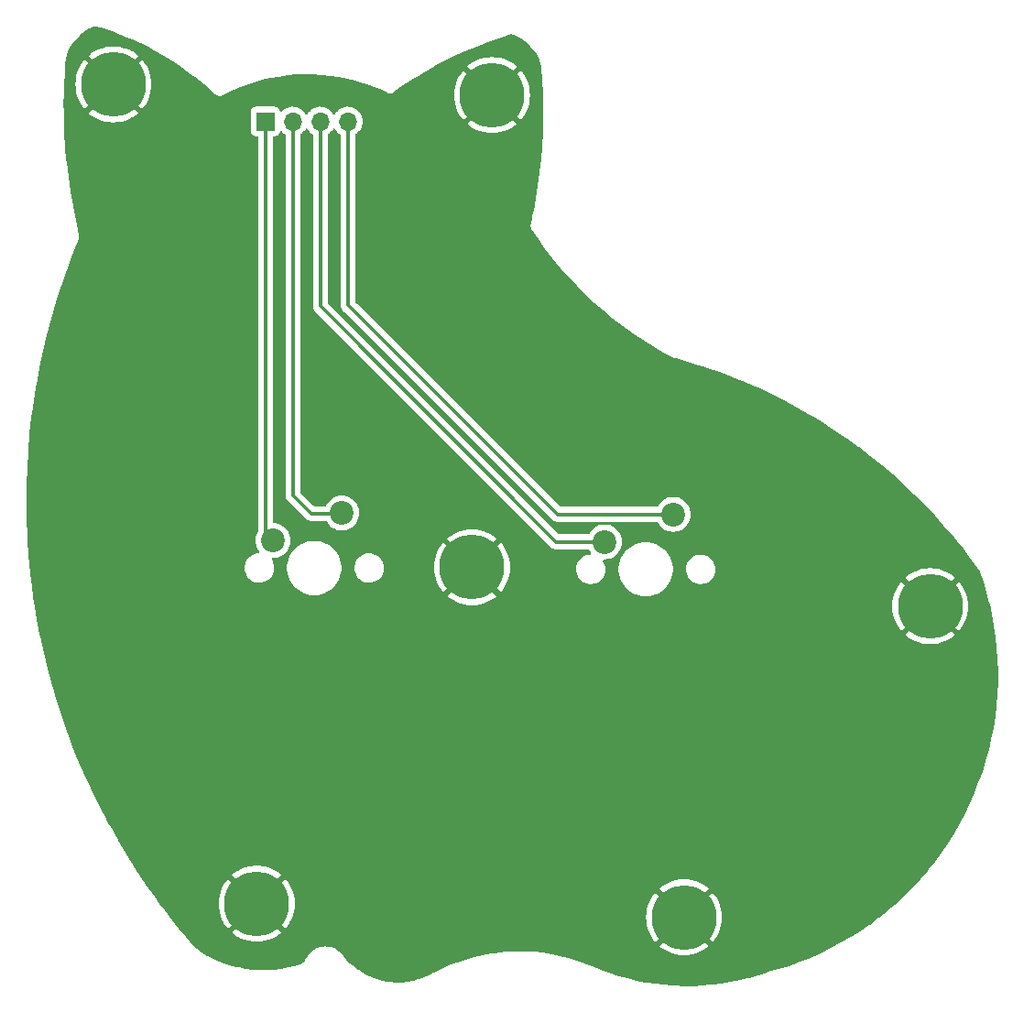
<source format=gbr>
%TF.GenerationSoftware,KiCad,Pcbnew,(6.0.9)*%
%TF.CreationDate,2022-12-26T12:39:24-05:00*%
%TF.ProjectId,Kitty_PCB,4b697474-795f-4504-9342-2e6b69636164,rev?*%
%TF.SameCoordinates,Original*%
%TF.FileFunction,Copper,L1,Top*%
%TF.FilePolarity,Positive*%
%FSLAX46Y46*%
G04 Gerber Fmt 4.6, Leading zero omitted, Abs format (unit mm)*
G04 Created by KiCad (PCBNEW (6.0.9)) date 2022-12-26 12:39:24*
%MOMM*%
%LPD*%
G01*
G04 APERTURE LIST*
%TA.AperFunction,ComponentPad*%
%ADD10C,0.800000*%
%TD*%
%TA.AperFunction,ComponentPad*%
%ADD11C,6.000000*%
%TD*%
%TA.AperFunction,ComponentPad*%
%ADD12C,2.200000*%
%TD*%
%TA.AperFunction,ComponentPad*%
%ADD13R,1.700000X1.700000*%
%TD*%
%TA.AperFunction,ComponentPad*%
%ADD14O,1.700000X1.700000*%
%TD*%
%TA.AperFunction,Conductor*%
%ADD15C,0.350000*%
%TD*%
G04 APERTURE END LIST*
D10*
%TO.P,H2,1,1*%
%TO.N,GND*%
X147840990Y-58840990D03*
X148500000Y-57250000D03*
X144659010Y-55659010D03*
X144659010Y-58840990D03*
X146250000Y-55000000D03*
X146250000Y-59500000D03*
X147840990Y-55659010D03*
D11*
X146250000Y-57250000D03*
D10*
X144000000Y-57250000D03*
%TD*%
D12*
%TO.P,SW2,2,2*%
%TO.N,Net-(J1-Pad3)*%
X156650000Y-98540000D03*
%TO.P,SW2,1,1*%
%TO.N,Net-(J1-Pad4)*%
X163000000Y-96000000D03*
%TD*%
D10*
%TO.P,H1,1,1*%
%TO.N,GND*%
X109659010Y-54659010D03*
X109659010Y-57840990D03*
X111250000Y-54000000D03*
X112840990Y-54659010D03*
X111250000Y-58500000D03*
D11*
X111250000Y-56250000D03*
D10*
X112840990Y-57840990D03*
X113500000Y-56250000D03*
X109000000Y-56250000D03*
%TD*%
D13*
%TO.P,J1,1,Pin_1*%
%TO.N,Net-(J1-Pad1)*%
X125300000Y-59675000D03*
D14*
%TO.P,J1,2,Pin_2*%
%TO.N,Net-(J1-Pad2)*%
X127840000Y-59675000D03*
%TO.P,J1,3,Pin_3*%
%TO.N,Net-(J1-Pad3)*%
X130380000Y-59675000D03*
%TO.P,J1,4,Pin_4*%
%TO.N,Net-(J1-Pad4)*%
X132920000Y-59675000D03*
%TD*%
D12*
%TO.P,SW1,1,1*%
%TO.N,Net-(J1-Pad2)*%
X132360000Y-95880000D03*
%TO.P,SW1,2,2*%
%TO.N,Net-(J1-Pad1)*%
X126010000Y-98420000D03*
%TD*%
D10*
%TO.P,H4,1,1*%
%TO.N,GND*%
X164000000Y-131000000D03*
X161750000Y-133250000D03*
X162409010Y-131659010D03*
X164000000Y-135500000D03*
D11*
X164000000Y-133250000D03*
D10*
X162409010Y-134840990D03*
X165590990Y-134840990D03*
X165590990Y-131659010D03*
X166250000Y-133250000D03*
%TD*%
%TO.P,H5,1,1*%
%TO.N,GND*%
X126090990Y-133590990D03*
X126090990Y-130409010D03*
X126750000Y-132000000D03*
X122909010Y-133590990D03*
X124500000Y-134250000D03*
D11*
X124500000Y-132000000D03*
D10*
X124500000Y-129750000D03*
X122909010Y-130409010D03*
X122250000Y-132000000D03*
%TD*%
%TO.P,H6,1,1*%
%TO.N,GND*%
X145990990Y-102490990D03*
X142150000Y-100900000D03*
X145990990Y-99309010D03*
X144400000Y-103150000D03*
X142809010Y-102490990D03*
X144400000Y-98650000D03*
D11*
X144400000Y-100900000D03*
D10*
X146650000Y-100900000D03*
X142809010Y-99309010D03*
%TD*%
%TO.P,H3,1,1*%
%TO.N,GND*%
X189000000Y-104500000D03*
X184500000Y-104500000D03*
X186750000Y-106750000D03*
X186750000Y-102250000D03*
X188340990Y-102909010D03*
X188340990Y-106090990D03*
X185159010Y-102909010D03*
D11*
X186750000Y-104500000D03*
D10*
X185159010Y-106090990D03*
%TD*%
D15*
%TO.N,Net-(J1-Pad1)*%
X125300000Y-97710000D02*
X126010000Y-98420000D01*
X125300000Y-59675000D02*
X125300000Y-97710000D01*
%TO.N,Net-(J1-Pad2)*%
X129520000Y-95920000D02*
X132400000Y-95920000D01*
X127840000Y-59675000D02*
X127840000Y-94240000D01*
X127840000Y-94240000D02*
X129520000Y-95920000D01*
%TO.N,Net-(J1-Pad3)*%
X152170000Y-98540000D02*
X156650000Y-98540000D01*
X130380000Y-76750000D02*
X152170000Y-98540000D01*
X130380000Y-59675000D02*
X130380000Y-76750000D01*
%TO.N,Net-(J1-Pad4)*%
X152300000Y-96000000D02*
X163000000Y-96000000D01*
X132920000Y-76620000D02*
X152300000Y-96000000D01*
X132920000Y-59675000D02*
X132920000Y-76620000D01*
%TD*%
%TA.AperFunction,Conductor*%
%TO.N,GND*%
G36*
X110398955Y-51114797D02*
G01*
X110403247Y-51116206D01*
X111350092Y-51446006D01*
X111354291Y-51447554D01*
X112288684Y-51811078D01*
X112292844Y-51812783D01*
X112781066Y-52023173D01*
X113213600Y-52209566D01*
X113217716Y-52211428D01*
X114123640Y-52640957D01*
X114127686Y-52642965D01*
X114456250Y-52813433D01*
X114993019Y-53091924D01*
X115017630Y-53104693D01*
X115021593Y-53106840D01*
X115894415Y-53600174D01*
X115898302Y-53602464D01*
X116752923Y-54126799D01*
X116756679Y-54129198D01*
X117574900Y-54672506D01*
X117591930Y-54683814D01*
X117595635Y-54686371D01*
X118410475Y-55270580D01*
X118414072Y-55273258D01*
X118797964Y-55569894D01*
X119207428Y-55886289D01*
X119210953Y-55889115D01*
X119242721Y-55915534D01*
X119965316Y-56516463D01*
X119981811Y-56530181D01*
X119985222Y-56533122D01*
X120176496Y-56704154D01*
X120699752Y-57172036D01*
X120714618Y-57187835D01*
X120718915Y-57193271D01*
X120726181Y-57202465D01*
X120736963Y-57210122D01*
X120754811Y-57225498D01*
X120763975Y-57235025D01*
X120800405Y-57255900D01*
X120810696Y-57262481D01*
X120824363Y-57272186D01*
X120844941Y-57286799D01*
X120853420Y-57289731D01*
X120853425Y-57289734D01*
X120857437Y-57291121D01*
X120878896Y-57300876D01*
X120890355Y-57307443D01*
X120899084Y-57309541D01*
X120899087Y-57309542D01*
X120931178Y-57317255D01*
X120942917Y-57320687D01*
X120974115Y-57331477D01*
X120974119Y-57331478D01*
X120982597Y-57334410D01*
X120995593Y-57335041D01*
X120995799Y-57335051D01*
X121019128Y-57338390D01*
X121031980Y-57341479D01*
X121040942Y-57341043D01*
X121040943Y-57341043D01*
X121073906Y-57339439D01*
X121086139Y-57339438D01*
X121119117Y-57341039D01*
X121119119Y-57341039D01*
X121128084Y-57341474D01*
X121136811Y-57339376D01*
X121136817Y-57339375D01*
X121140941Y-57338383D01*
X121164263Y-57335041D01*
X121168500Y-57334835D01*
X121168504Y-57334834D01*
X121177465Y-57334398D01*
X121217141Y-57320670D01*
X121228874Y-57317238D01*
X121269704Y-57307420D01*
X121277492Y-57302956D01*
X121277495Y-57302955D01*
X121281176Y-57300845D01*
X121302627Y-57291091D01*
X121306635Y-57289704D01*
X121306637Y-57289703D01*
X121315116Y-57286769D01*
X121335654Y-57272181D01*
X121352224Y-57262231D01*
X121357522Y-57259580D01*
X121370069Y-57253301D01*
X142737359Y-57253301D01*
X142756257Y-57613896D01*
X142756945Y-57620440D01*
X142813433Y-57977099D01*
X142814802Y-57983537D01*
X142908260Y-58332328D01*
X142910300Y-58338605D01*
X143039704Y-58675714D01*
X143042380Y-58681725D01*
X143206317Y-59003468D01*
X143209613Y-59009177D01*
X143406279Y-59312016D01*
X143410146Y-59317338D01*
X143583678Y-59531634D01*
X143595933Y-59540100D01*
X143607024Y-59533766D01*
X145877978Y-57262812D01*
X145884356Y-57251132D01*
X146614408Y-57251132D01*
X146614539Y-57252965D01*
X146618790Y-57259580D01*
X148892110Y-59532900D01*
X148905186Y-59540040D01*
X148915554Y-59532582D01*
X149089854Y-59317338D01*
X149093721Y-59312016D01*
X149290387Y-59009177D01*
X149293683Y-59003468D01*
X149457620Y-58681725D01*
X149460296Y-58675714D01*
X149589700Y-58338605D01*
X149591740Y-58332328D01*
X149685198Y-57983537D01*
X149686567Y-57977099D01*
X149743055Y-57620440D01*
X149743743Y-57613896D01*
X149762641Y-57253301D01*
X149762641Y-57246699D01*
X149743743Y-56886104D01*
X149743055Y-56879560D01*
X149686567Y-56522901D01*
X149685198Y-56516463D01*
X149591740Y-56167672D01*
X149589700Y-56161395D01*
X149460296Y-55824286D01*
X149457620Y-55818275D01*
X149293683Y-55496532D01*
X149290387Y-55490823D01*
X149093721Y-55187984D01*
X149089854Y-55182662D01*
X148916322Y-54968366D01*
X148904067Y-54959900D01*
X148892976Y-54966234D01*
X146622022Y-57237188D01*
X146614408Y-57251132D01*
X145884356Y-57251132D01*
X145885592Y-57248868D01*
X145885461Y-57247035D01*
X145881210Y-57240420D01*
X143607890Y-54967100D01*
X143594814Y-54959960D01*
X143584446Y-54967418D01*
X143410146Y-55182662D01*
X143406279Y-55187984D01*
X143209613Y-55490823D01*
X143206317Y-55496532D01*
X143042380Y-55818275D01*
X143039704Y-55824286D01*
X142910300Y-56161395D01*
X142908260Y-56167672D01*
X142814802Y-56516463D01*
X142813433Y-56522901D01*
X142756945Y-56879560D01*
X142756257Y-56886104D01*
X142737359Y-57246699D01*
X142737359Y-57253301D01*
X121370069Y-57253301D01*
X121706179Y-57085098D01*
X122025191Y-56925452D01*
X122030566Y-56922918D01*
X122750743Y-56604043D01*
X122756199Y-56601780D01*
X123490593Y-56317226D01*
X123496155Y-56315220D01*
X124243159Y-56065608D01*
X124248840Y-56063858D01*
X124508440Y-55990524D01*
X125006770Y-55849752D01*
X125012509Y-55848276D01*
X125779697Y-55670147D01*
X125785496Y-55668944D01*
X126560216Y-55527191D01*
X126566067Y-55526261D01*
X127346638Y-55421193D01*
X127352515Y-55420543D01*
X128137187Y-55352397D01*
X128143088Y-55352025D01*
X128872871Y-55323215D01*
X128930066Y-55320957D01*
X128936008Y-55320863D01*
X129104747Y-55322165D01*
X129723561Y-55326938D01*
X129729495Y-55327124D01*
X130515895Y-55370329D01*
X130521818Y-55370795D01*
X131305282Y-55451032D01*
X131311178Y-55451776D01*
X132090023Y-55568872D01*
X132095877Y-55569894D01*
X132484466Y-55647208D01*
X132868332Y-55723584D01*
X132874098Y-55724873D01*
X133638466Y-55914822D01*
X133644153Y-55916379D01*
X134398710Y-56142158D01*
X134404343Y-56143989D01*
X134974316Y-56344272D01*
X135147397Y-56405091D01*
X135152954Y-56407192D01*
X135882879Y-56703047D01*
X135888293Y-56705391D01*
X136262381Y-56877978D01*
X136549677Y-57010523D01*
X136559735Y-57015724D01*
X136566726Y-57019747D01*
X136573791Y-57025280D01*
X136582126Y-57028608D01*
X136586439Y-57031090D01*
X136590872Y-57033331D01*
X136598229Y-57038476D01*
X136606731Y-57041348D01*
X136606732Y-57041349D01*
X136650992Y-57056302D01*
X136657381Y-57058655D01*
X136709065Y-57079291D01*
X136717999Y-57080146D01*
X136722842Y-57081319D01*
X136727716Y-57082224D01*
X136736223Y-57085098D01*
X136769110Y-57086458D01*
X136791852Y-57087398D01*
X136798648Y-57087863D01*
X136845124Y-57092310D01*
X136854060Y-57093165D01*
X136862875Y-57091478D01*
X136867833Y-57091246D01*
X136872785Y-57090744D01*
X136881757Y-57091115D01*
X136935802Y-57077708D01*
X136942441Y-57076251D01*
X136988307Y-57067473D01*
X136988308Y-57067473D01*
X136997121Y-57065786D01*
X137005107Y-57061693D01*
X137009802Y-57060078D01*
X137014415Y-57058207D01*
X137023130Y-57056045D01*
X137030885Y-57051526D01*
X137030889Y-57051524D01*
X137065070Y-57031604D01*
X137071238Y-57028009D01*
X137077181Y-57024757D01*
X137126748Y-56999355D01*
X137133264Y-56993186D01*
X137137299Y-56990331D01*
X137141220Y-56987225D01*
X137148976Y-56982705D01*
X137155668Y-56975645D01*
X137174695Y-56959218D01*
X138050274Y-56344272D01*
X138053558Y-56342041D01*
X138993348Y-55725278D01*
X138996702Y-55723152D01*
X139441277Y-55451032D01*
X139955464Y-55136304D01*
X139958849Y-55134305D01*
X140904066Y-54595933D01*
X143959900Y-54595933D01*
X143966234Y-54607024D01*
X146237188Y-56877978D01*
X146251132Y-56885592D01*
X146252965Y-56885461D01*
X146259580Y-56881210D01*
X148532900Y-54607890D01*
X148540040Y-54594814D01*
X148532582Y-54584446D01*
X148317338Y-54410146D01*
X148312016Y-54406279D01*
X148009177Y-54209613D01*
X148003468Y-54206317D01*
X147681725Y-54042380D01*
X147675714Y-54039704D01*
X147338605Y-53910300D01*
X147332328Y-53908260D01*
X146983537Y-53814802D01*
X146977099Y-53813433D01*
X146620440Y-53756945D01*
X146613896Y-53756257D01*
X146253301Y-53737359D01*
X146246699Y-53737359D01*
X145886104Y-53756257D01*
X145879560Y-53756945D01*
X145522901Y-53813433D01*
X145516463Y-53814802D01*
X145167672Y-53908260D01*
X145161395Y-53910300D01*
X144824286Y-54039704D01*
X144818275Y-54042380D01*
X144496532Y-54206317D01*
X144490823Y-54209613D01*
X144187984Y-54406279D01*
X144182662Y-54410146D01*
X143968366Y-54583678D01*
X143959900Y-54595933D01*
X140904066Y-54595933D01*
X140935618Y-54577962D01*
X140939052Y-54576077D01*
X141932921Y-54050758D01*
X141936458Y-54048960D01*
X141955391Y-54039704D01*
X142946328Y-53555244D01*
X142949857Y-53553588D01*
X143974813Y-53091924D01*
X143978457Y-53090351D01*
X145017395Y-52661234D01*
X145021088Y-52659776D01*
X146073051Y-52263599D01*
X146076789Y-52262258D01*
X147140718Y-51899423D01*
X147144496Y-51898201D01*
X148033629Y-51625933D01*
X148111083Y-51627118D01*
X148176803Y-51649464D01*
X148285101Y-51686288D01*
X148295634Y-51690406D01*
X148494129Y-51778501D01*
X148625432Y-51836775D01*
X148635569Y-51841831D01*
X148828675Y-51949247D01*
X148924349Y-52002466D01*
X148950885Y-52017227D01*
X148960524Y-52023171D01*
X149126636Y-52136223D01*
X149258823Y-52226187D01*
X149267878Y-52232965D01*
X149505097Y-52427759D01*
X149546731Y-52461947D01*
X149555153Y-52469522D01*
X149598563Y-52512247D01*
X149812317Y-52722629D01*
X149820017Y-52730921D01*
X150053412Y-53006109D01*
X150060343Y-53015069D01*
X150268059Y-53310079D01*
X150274158Y-53319625D01*
X150454548Y-53632115D01*
X150459765Y-53642171D01*
X150610201Y-53967100D01*
X150611354Y-53969591D01*
X150615645Y-53980069D01*
X150669018Y-54129214D01*
X150737223Y-54319806D01*
X150740555Y-54330631D01*
X150812226Y-54607024D01*
X150821652Y-54643373D01*
X150825499Y-54668156D01*
X150826160Y-54680316D01*
X150827455Y-54683990D01*
X150828004Y-54688059D01*
X150908577Y-55807195D01*
X150911085Y-55842024D01*
X150911272Y-55845183D01*
X150967676Y-57057392D01*
X150968008Y-57064521D01*
X150968116Y-57067702D01*
X150973460Y-57320687D01*
X150993895Y-58288066D01*
X150993922Y-58291263D01*
X150991555Y-58847617D01*
X150989004Y-59447342D01*
X150988729Y-59511874D01*
X150988675Y-59515059D01*
X150988121Y-59533766D01*
X150952512Y-60735199D01*
X150952376Y-60738393D01*
X150885271Y-61957134D01*
X150885055Y-61960324D01*
X150787046Y-63177017D01*
X150786749Y-63180201D01*
X150657899Y-64394019D01*
X150657521Y-64397193D01*
X150497919Y-65607320D01*
X150497461Y-65610485D01*
X150307202Y-66816196D01*
X150306665Y-66819340D01*
X150103244Y-67925404D01*
X150085868Y-68019881D01*
X150085249Y-68023018D01*
X149847215Y-69155013D01*
X149844060Y-69167038D01*
X149844023Y-69167156D01*
X149840135Y-69175241D01*
X149838672Y-69184093D01*
X149835968Y-69192655D01*
X149835960Y-69192653D01*
X149835393Y-69194709D01*
X149835402Y-69194711D01*
X149833338Y-69203441D01*
X149830053Y-69211800D01*
X149829247Y-69220743D01*
X149825617Y-69260998D01*
X149824444Y-69270199D01*
X149816389Y-69318950D01*
X149817470Y-69327862D01*
X149817277Y-69336838D01*
X149817269Y-69336838D01*
X149817301Y-69338962D01*
X149817310Y-69338962D01*
X149817780Y-69347932D01*
X149816974Y-69356869D01*
X149826520Y-69405307D01*
X149827980Y-69414491D01*
X149833932Y-69463547D01*
X149837470Y-69471796D01*
X149839804Y-69480465D01*
X149839797Y-69480467D01*
X149840427Y-69482505D01*
X149840435Y-69482502D01*
X149843402Y-69490976D01*
X149845137Y-69499778D01*
X149849272Y-69507738D01*
X149849274Y-69507745D01*
X149867899Y-69543603D01*
X149871879Y-69552008D01*
X149891354Y-69597409D01*
X149894681Y-69602719D01*
X149895440Y-69603931D01*
X149895444Y-69603936D01*
X149898019Y-69608046D01*
X149900636Y-69611065D01*
X149902566Y-69613811D01*
X149910690Y-69625986D01*
X149912276Y-69629039D01*
X149913372Y-69630184D01*
X149913563Y-69630730D01*
X149913766Y-69630595D01*
X150522863Y-70543459D01*
X150523449Y-70544278D01*
X150523466Y-70544302D01*
X150541852Y-70569980D01*
X151177745Y-71458082D01*
X151862443Y-72350603D01*
X152576212Y-73220051D01*
X153318274Y-74065479D01*
X154087822Y-74885967D01*
X154088550Y-74886694D01*
X154088563Y-74886707D01*
X154883296Y-75679901D01*
X154883314Y-75679919D01*
X154884019Y-75680622D01*
X155189815Y-75966321D01*
X155705248Y-76447880D01*
X155705273Y-76447903D01*
X155705997Y-76448579D01*
X155706764Y-76449249D01*
X155706791Y-76449274D01*
X156552055Y-77188296D01*
X156552075Y-77188313D01*
X156552862Y-77189001D01*
X156553687Y-77189675D01*
X156553691Y-77189679D01*
X157422877Y-77900419D01*
X157422899Y-77900437D01*
X157423691Y-77901084D01*
X158317537Y-78584051D01*
X158318363Y-78584640D01*
X158900200Y-78999540D01*
X159233427Y-79237160D01*
X159234295Y-79237736D01*
X159234307Y-79237745D01*
X160169487Y-79859115D01*
X160169503Y-79859125D01*
X160170365Y-79859698D01*
X161127328Y-80450990D01*
X161128213Y-80451498D01*
X161128226Y-80451505D01*
X162102384Y-81009878D01*
X162102403Y-81009889D01*
X162103278Y-81010390D01*
X162104197Y-81010877D01*
X163079029Y-81527684D01*
X163083425Y-81530224D01*
X163085776Y-81531965D01*
X163091150Y-81534784D01*
X163092576Y-81535533D01*
X163092580Y-81535535D01*
X163096892Y-81537797D01*
X163139021Y-81552168D01*
X163149479Y-81556265D01*
X163181946Y-81570684D01*
X163181948Y-81570685D01*
X163190152Y-81574328D01*
X163200737Y-81575749D01*
X163224636Y-81581373D01*
X163226250Y-81581924D01*
X163226258Y-81581926D01*
X163234750Y-81584822D01*
X163243717Y-81585219D01*
X163250165Y-81586435D01*
X163261243Y-81589048D01*
X164083031Y-81822588D01*
X164497363Y-81940335D01*
X164500598Y-81941302D01*
X165341470Y-82204815D01*
X165788409Y-82344877D01*
X165791591Y-82345921D01*
X166095492Y-82450180D01*
X167068125Y-82783861D01*
X167071304Y-82784999D01*
X168335675Y-83257003D01*
X168338782Y-83258210D01*
X168943645Y-83502674D01*
X169590061Y-83763932D01*
X169593175Y-83765240D01*
X170830391Y-84304286D01*
X170833468Y-84305676D01*
X172055809Y-84877690D01*
X172058848Y-84879162D01*
X173265420Y-85483726D01*
X173268419Y-85485279D01*
X174458394Y-86121980D01*
X174461306Y-86123589D01*
X175633785Y-86791947D01*
X175636658Y-86793636D01*
X176091306Y-87069202D01*
X176790817Y-87493182D01*
X176793681Y-87494971D01*
X177928659Y-88225181D01*
X177931438Y-88227022D01*
X178685239Y-88741069D01*
X179046448Y-88987392D01*
X179049212Y-88989332D01*
X180143412Y-89779285D01*
X180146123Y-89781298D01*
X181218755Y-90600285D01*
X181221412Y-90602370D01*
X182271759Y-91449846D01*
X182274358Y-91452002D01*
X183301552Y-92327266D01*
X183304093Y-92329490D01*
X184307518Y-93232017D01*
X184309991Y-93234302D01*
X184375903Y-93296862D01*
X185288835Y-94163362D01*
X185291253Y-94165719D01*
X186244860Y-95120688D01*
X186247214Y-95123109D01*
X187174906Y-96103309D01*
X187177194Y-96105793D01*
X187994555Y-97017142D01*
X188078253Y-97110465D01*
X188080474Y-97113009D01*
X188954290Y-98141473D01*
X188956442Y-98144075D01*
X189215720Y-98466359D01*
X189802441Y-99195659D01*
X189804477Y-99198260D01*
X190160206Y-99665541D01*
X190621955Y-100272089D01*
X190623964Y-100274803D01*
X191362003Y-101300173D01*
X191379059Y-101333298D01*
X191601390Y-101988605D01*
X191678620Y-102216234D01*
X191688102Y-102244183D01*
X191689518Y-102248626D01*
X191988444Y-103250072D01*
X191989695Y-103254564D01*
X192251363Y-104266401D01*
X192252447Y-104270937D01*
X192476495Y-105291771D01*
X192477408Y-105296333D01*
X192555092Y-105725592D01*
X192663526Y-106324760D01*
X192664271Y-106329363D01*
X192812201Y-107363942D01*
X192812776Y-107368570D01*
X192922323Y-108407942D01*
X192922726Y-108412588D01*
X192993735Y-109455288D01*
X192993966Y-109459946D01*
X193026343Y-110504578D01*
X193026401Y-110509241D01*
X193020098Y-111554354D01*
X193019983Y-111559016D01*
X192975011Y-112603157D01*
X192974724Y-112607811D01*
X192891146Y-113649556D01*
X192890688Y-113654197D01*
X192768610Y-114692204D01*
X192767979Y-114696825D01*
X192607582Y-115729552D01*
X192606781Y-115734146D01*
X192408277Y-116760231D01*
X192407307Y-116764792D01*
X192170968Y-117782830D01*
X192169830Y-117787353D01*
X191895975Y-118795973D01*
X191894670Y-118800450D01*
X191583679Y-119798241D01*
X191582209Y-119802666D01*
X191304112Y-120590966D01*
X191234515Y-120788246D01*
X191232882Y-120792615D01*
X190848954Y-121764655D01*
X190847161Y-121768960D01*
X190427521Y-122726140D01*
X190425570Y-122730375D01*
X189971999Y-123668884D01*
X189970799Y-123671366D01*
X189968692Y-123675527D01*
X189479410Y-124599045D01*
X189477151Y-124603124D01*
X188954046Y-125507877D01*
X188951638Y-125511871D01*
X188395376Y-126396702D01*
X188392821Y-126400603D01*
X187804227Y-127264200D01*
X187801530Y-127268004D01*
X187181375Y-128109238D01*
X187178539Y-128112940D01*
X186744489Y-128658260D01*
X186527671Y-128930659D01*
X186524699Y-128934254D01*
X185844025Y-129727319D01*
X185840923Y-129730800D01*
X185131353Y-130498149D01*
X185128126Y-130501512D01*
X185045538Y-130584446D01*
X184390671Y-131242054D01*
X184387320Y-131245297D01*
X183622954Y-131958053D01*
X183619485Y-131961170D01*
X183480326Y-132081621D01*
X182829243Y-132645175D01*
X182825693Y-132648134D01*
X182485768Y-132921026D01*
X182010699Y-133302410D01*
X182007009Y-133305262D01*
X181168360Y-133928936D01*
X181164574Y-133931644D01*
X181089115Y-133983537D01*
X180303436Y-134523844D01*
X180299546Y-134526415D01*
X179417053Y-135086363D01*
X179413069Y-135088788D01*
X178510497Y-135615674D01*
X178506427Y-135617950D01*
X177584971Y-136111078D01*
X177580824Y-136113200D01*
X176641711Y-136571912D01*
X176637513Y-136573867D01*
X175682091Y-136997503D01*
X175677804Y-136999310D01*
X175054625Y-137248461D01*
X174707357Y-137387301D01*
X174702995Y-137388952D01*
X173718849Y-137740769D01*
X173714461Y-137742247D01*
X173455057Y-137824288D01*
X172717980Y-138057401D01*
X172713508Y-138058725D01*
X172425050Y-138138341D01*
X171748464Y-138325082D01*
X171727062Y-138329038D01*
X171708596Y-138330822D01*
X171700266Y-138334157D01*
X171699022Y-138334655D01*
X171675294Y-138341545D01*
X171665158Y-138343436D01*
X171657152Y-138347492D01*
X171657151Y-138347492D01*
X171641809Y-138355263D01*
X171624407Y-138362498D01*
X170833805Y-138623759D01*
X170829060Y-138625224D01*
X169994161Y-138865073D01*
X169989362Y-138866350D01*
X169818707Y-138908172D01*
X169145624Y-139073122D01*
X169140799Y-139074204D01*
X168777483Y-139148197D01*
X168289612Y-139247557D01*
X168284727Y-139248452D01*
X167839811Y-139320937D01*
X167427351Y-139388133D01*
X167422464Y-139388831D01*
X166760677Y-139470027D01*
X166560250Y-139494618D01*
X166555310Y-139495126D01*
X166359366Y-139511361D01*
X165689575Y-139566856D01*
X165684635Y-139567168D01*
X164816757Y-139604727D01*
X164811842Y-139604842D01*
X164380899Y-139606495D01*
X163943146Y-139608174D01*
X163938181Y-139608095D01*
X163334367Y-139586602D01*
X163070065Y-139577193D01*
X163065128Y-139576921D01*
X162743956Y-139552788D01*
X162198867Y-139511831D01*
X162193923Y-139511361D01*
X161330942Y-139412192D01*
X161326021Y-139411528D01*
X160753866Y-139322814D01*
X160467605Y-139278428D01*
X160462746Y-139277577D01*
X159610197Y-139110745D01*
X159605346Y-139109695D01*
X158760098Y-138909412D01*
X158755289Y-138908172D01*
X158410898Y-138812089D01*
X157918568Y-138674732D01*
X157913839Y-138673312D01*
X157086920Y-138407066D01*
X157082282Y-138405471D01*
X156330065Y-138130117D01*
X156314138Y-138122531D01*
X156314060Y-138122689D01*
X156307175Y-138119271D01*
X156302816Y-138117107D01*
X156298872Y-138115859D01*
X156296523Y-138114854D01*
X156281462Y-138108031D01*
X156273818Y-138104568D01*
X156271903Y-138103459D01*
X156271772Y-138103427D01*
X156270926Y-138102759D01*
X156270738Y-138103173D01*
X155572342Y-137786790D01*
X155570972Y-137786245D01*
X155570954Y-137786237D01*
X155034316Y-137572626D01*
X154827508Y-137490305D01*
X154069689Y-137228785D01*
X153300527Y-137002796D01*
X152922383Y-136910561D01*
X152523095Y-136813169D01*
X152523077Y-136813165D01*
X152521687Y-136812826D01*
X152520289Y-136812553D01*
X152520279Y-136812551D01*
X152238422Y-136757551D01*
X151734853Y-136659287D01*
X151733442Y-136659079D01*
X151733423Y-136659076D01*
X150943192Y-136542727D01*
X150943175Y-136542725D01*
X150941729Y-136542512D01*
X150940276Y-136542367D01*
X150940262Y-136542365D01*
X150145483Y-136462898D01*
X150145484Y-136462898D01*
X150144033Y-136462753D01*
X150142579Y-136462676D01*
X150142570Y-136462675D01*
X149820060Y-136445525D01*
X149343490Y-136420183D01*
X149342016Y-136420173D01*
X149342007Y-136420173D01*
X148960320Y-136417655D01*
X148541833Y-136414893D01*
X148540390Y-136414951D01*
X148540369Y-136414951D01*
X148141791Y-136430876D01*
X147740798Y-136446896D01*
X147557852Y-136462753D01*
X146943592Y-136515994D01*
X146943578Y-136515996D01*
X146942119Y-136516122D01*
X146940658Y-136516317D01*
X146940653Y-136516318D01*
X146562077Y-136566963D01*
X146147523Y-136622421D01*
X146146076Y-136622684D01*
X146146067Y-136622685D01*
X145360179Y-136765300D01*
X145360162Y-136765304D01*
X145358732Y-136765563D01*
X144577452Y-136945239D01*
X144576074Y-136945624D01*
X144576063Y-136945627D01*
X144320336Y-137017111D01*
X143805375Y-137161059D01*
X143803968Y-137161524D01*
X143045578Y-137412092D01*
X143045560Y-137412098D01*
X143044172Y-137412557D01*
X143042794Y-137413085D01*
X143042790Y-137413086D01*
X142688081Y-137548885D01*
X142295490Y-137699187D01*
X141560950Y-138020329D01*
X140861524Y-138365719D01*
X140856550Y-138367973D01*
X140853074Y-138369107D01*
X140848721Y-138371317D01*
X140846232Y-138372580D01*
X140846229Y-138372582D01*
X140841881Y-138374789D01*
X140837928Y-138377636D01*
X140833768Y-138380169D01*
X140833756Y-138380149D01*
X140832042Y-138381252D01*
X140824898Y-138384084D01*
X140817819Y-138389599D01*
X140817818Y-138389600D01*
X140807693Y-138397489D01*
X140789969Y-138409046D01*
X140396144Y-138621012D01*
X140387525Y-138625236D01*
X139949720Y-138819467D01*
X139940804Y-138823023D01*
X139825266Y-138864070D01*
X139489459Y-138983370D01*
X139480319Y-138986230D01*
X139156343Y-139074206D01*
X139018097Y-139111747D01*
X139008744Y-139113908D01*
X138902458Y-139134234D01*
X138538310Y-139203873D01*
X138528831Y-139205314D01*
X138396212Y-139220332D01*
X138052904Y-139259206D01*
X138043332Y-139259922D01*
X137794949Y-139269006D01*
X137564680Y-139277427D01*
X137555104Y-139277412D01*
X137178412Y-139262470D01*
X137076507Y-139258428D01*
X137066937Y-139257682D01*
X136591205Y-139202323D01*
X136581720Y-139200852D01*
X136111554Y-139109432D01*
X136102208Y-139107242D01*
X135640380Y-138980298D01*
X135631228Y-138977403D01*
X135180406Y-138815672D01*
X135171501Y-138812089D01*
X134734294Y-138616505D01*
X134725687Y-138612254D01*
X134304647Y-138383959D01*
X134296389Y-138379066D01*
X133929274Y-138142175D01*
X133893930Y-138119368D01*
X133886073Y-138113863D01*
X133504556Y-137824284D01*
X133497159Y-137818212D01*
X133138801Y-137500436D01*
X133131867Y-137493799D01*
X132798728Y-137149652D01*
X132792320Y-137142506D01*
X132637369Y-136955887D01*
X132516896Y-136810792D01*
X132504401Y-136791843D01*
X132504258Y-136791931D01*
X132501711Y-136787780D01*
X132499495Y-136783451D01*
X132496305Y-136779054D01*
X132494988Y-136777237D01*
X132494983Y-136777231D01*
X132492124Y-136773290D01*
X132491606Y-136772769D01*
X132491252Y-136772121D01*
X132487073Y-136767937D01*
X132485933Y-136766598D01*
X132481635Y-136761943D01*
X132318020Y-136570159D01*
X132318017Y-136570156D01*
X132315293Y-136566963D01*
X132151760Y-136420183D01*
X132116217Y-136388281D01*
X132116212Y-136388277D01*
X132113099Y-136385483D01*
X131888621Y-136232425D01*
X131645825Y-136110494D01*
X131389001Y-136021844D01*
X131384898Y-136021015D01*
X131126788Y-135968869D01*
X131126783Y-135968868D01*
X131122688Y-135968041D01*
X130851592Y-135950037D01*
X130847416Y-135950316D01*
X130847412Y-135950316D01*
X130584676Y-135967870D01*
X130584673Y-135967870D01*
X130580503Y-135968149D01*
X130314212Y-136022058D01*
X130157173Y-136076335D01*
X130061389Y-136109440D01*
X130061386Y-136109441D01*
X130057423Y-136110811D01*
X130053672Y-136112696D01*
X130053671Y-136112697D01*
X129818423Y-136230955D01*
X129818418Y-136230958D01*
X129814676Y-136232839D01*
X129811217Y-136235199D01*
X129811211Y-136235203D01*
X129594454Y-136383124D01*
X129590259Y-136385987D01*
X129388137Y-136567547D01*
X129211883Y-136774313D01*
X129209609Y-136777838D01*
X129209607Y-136777841D01*
X129179450Y-136824594D01*
X129064612Y-137002629D01*
X129062830Y-137006416D01*
X128957662Y-137229894D01*
X128948924Y-137248461D01*
X128906559Y-137382183D01*
X128903477Y-137391910D01*
X128863835Y-137450808D01*
X128826426Y-137472266D01*
X128550411Y-137572632D01*
X128543485Y-137574925D01*
X128240399Y-137665600D01*
X127943448Y-137754439D01*
X127936407Y-137756325D01*
X127326982Y-137900710D01*
X127319832Y-137902187D01*
X127072831Y-137945748D01*
X126703067Y-138010960D01*
X126695829Y-138012021D01*
X126663043Y-138015858D01*
X126073782Y-138084820D01*
X126066515Y-138085457D01*
X125782599Y-138102067D01*
X125441293Y-138122034D01*
X125433981Y-138122249D01*
X125119861Y-138122366D01*
X124807685Y-138122482D01*
X124800395Y-138122272D01*
X124175150Y-138086159D01*
X124167889Y-138085528D01*
X123545761Y-138013187D01*
X123538539Y-138012133D01*
X123101080Y-137935317D01*
X122921692Y-137903817D01*
X122914527Y-137902343D01*
X122697392Y-137851069D01*
X122305002Y-137758410D01*
X122297957Y-137756529D01*
X121697810Y-137577467D01*
X121690868Y-137575175D01*
X121687302Y-137573881D01*
X121117671Y-137367226D01*
X121102133Y-137361589D01*
X121095332Y-137358896D01*
X120847798Y-137252460D01*
X120519962Y-137111495D01*
X120513359Y-137108425D01*
X119953327Y-136828057D01*
X119946884Y-136824594D01*
X119846111Y-136766598D01*
X119404073Y-136512201D01*
X119397864Y-136508384D01*
X118933353Y-136203864D01*
X118907102Y-136180877D01*
X118848183Y-136112697D01*
X118668856Y-135905186D01*
X161709960Y-135905186D01*
X161717418Y-135915554D01*
X161932662Y-136089854D01*
X161937984Y-136093721D01*
X162240823Y-136290387D01*
X162246532Y-136293683D01*
X162568275Y-136457620D01*
X162574286Y-136460296D01*
X162911395Y-136589700D01*
X162917672Y-136591740D01*
X163266463Y-136685198D01*
X163272901Y-136686567D01*
X163629560Y-136743055D01*
X163636104Y-136743743D01*
X163996699Y-136762641D01*
X164003301Y-136762641D01*
X164363896Y-136743743D01*
X164370440Y-136743055D01*
X164727099Y-136686567D01*
X164733537Y-136685198D01*
X165082328Y-136591740D01*
X165088605Y-136589700D01*
X165425714Y-136460296D01*
X165431725Y-136457620D01*
X165753468Y-136293683D01*
X165759177Y-136290387D01*
X166062016Y-136093721D01*
X166067338Y-136089854D01*
X166281634Y-135916322D01*
X166290100Y-135904067D01*
X166283766Y-135892976D01*
X164012812Y-133622022D01*
X163998868Y-133614408D01*
X163997035Y-133614539D01*
X163990420Y-133618790D01*
X161717100Y-135892110D01*
X161709960Y-135905186D01*
X118668856Y-135905186D01*
X117941042Y-135062985D01*
X117939032Y-135060599D01*
X117925135Y-135043683D01*
X117605958Y-134655186D01*
X122209960Y-134655186D01*
X122217418Y-134665554D01*
X122432662Y-134839854D01*
X122437984Y-134843721D01*
X122740823Y-135040387D01*
X122746532Y-135043683D01*
X123068275Y-135207620D01*
X123074286Y-135210296D01*
X123411395Y-135339700D01*
X123417672Y-135341740D01*
X123766463Y-135435198D01*
X123772901Y-135436567D01*
X124129560Y-135493055D01*
X124136104Y-135493743D01*
X124496699Y-135512641D01*
X124503301Y-135512641D01*
X124863896Y-135493743D01*
X124870440Y-135493055D01*
X125227099Y-135436567D01*
X125233537Y-135435198D01*
X125582328Y-135341740D01*
X125588605Y-135339700D01*
X125925714Y-135210296D01*
X125931725Y-135207620D01*
X126253468Y-135043683D01*
X126259177Y-135040387D01*
X126562016Y-134843721D01*
X126567338Y-134839854D01*
X126781634Y-134666322D01*
X126790100Y-134654067D01*
X126783766Y-134642976D01*
X124512812Y-132372022D01*
X124498868Y-132364408D01*
X124497035Y-132364539D01*
X124490420Y-132368790D01*
X122217100Y-134642110D01*
X122209960Y-134655186D01*
X117605958Y-134655186D01*
X117305966Y-134290040D01*
X116950225Y-133857037D01*
X116948263Y-133854587D01*
X115989760Y-132626783D01*
X115987859Y-132624285D01*
X115527510Y-132003301D01*
X120987359Y-132003301D01*
X121006257Y-132363896D01*
X121006945Y-132370440D01*
X121063433Y-132727099D01*
X121064802Y-132733537D01*
X121158260Y-133082328D01*
X121160300Y-133088605D01*
X121289704Y-133425714D01*
X121292380Y-133431725D01*
X121456317Y-133753468D01*
X121459613Y-133759177D01*
X121656279Y-134062016D01*
X121660146Y-134067338D01*
X121833678Y-134281634D01*
X121845933Y-134290100D01*
X121857024Y-134283766D01*
X124127978Y-132012812D01*
X124134356Y-132001132D01*
X124864408Y-132001132D01*
X124864539Y-132002965D01*
X124868790Y-132009580D01*
X127142110Y-134282900D01*
X127155186Y-134290040D01*
X127165554Y-134282582D01*
X127339854Y-134067338D01*
X127343721Y-134062016D01*
X127540387Y-133759177D01*
X127543683Y-133753468D01*
X127707620Y-133431725D01*
X127710296Y-133425714D01*
X127776479Y-133253301D01*
X160487359Y-133253301D01*
X160506257Y-133613896D01*
X160506945Y-133620440D01*
X160563433Y-133977099D01*
X160564802Y-133983537D01*
X160658260Y-134332328D01*
X160660300Y-134338605D01*
X160789704Y-134675714D01*
X160792380Y-134681725D01*
X160956317Y-135003468D01*
X160959613Y-135009177D01*
X161156279Y-135312016D01*
X161160146Y-135317338D01*
X161333678Y-135531634D01*
X161345933Y-135540100D01*
X161357024Y-135533766D01*
X163627978Y-133262812D01*
X163634356Y-133251132D01*
X164364408Y-133251132D01*
X164364539Y-133252965D01*
X164368790Y-133259580D01*
X166642110Y-135532900D01*
X166655186Y-135540040D01*
X166665554Y-135532582D01*
X166839854Y-135317338D01*
X166843721Y-135312016D01*
X167040387Y-135009177D01*
X167043683Y-135003468D01*
X167207620Y-134681725D01*
X167210296Y-134675714D01*
X167339700Y-134338605D01*
X167341740Y-134332328D01*
X167435198Y-133983537D01*
X167436567Y-133977099D01*
X167493055Y-133620440D01*
X167493743Y-133613896D01*
X167512641Y-133253301D01*
X167512641Y-133246699D01*
X167493743Y-132886104D01*
X167493055Y-132879560D01*
X167436567Y-132522901D01*
X167435198Y-132516463D01*
X167341740Y-132167672D01*
X167339700Y-132161395D01*
X167210296Y-131824286D01*
X167207620Y-131818275D01*
X167043683Y-131496532D01*
X167040387Y-131490823D01*
X166843721Y-131187984D01*
X166839854Y-131182662D01*
X166666322Y-130968366D01*
X166654067Y-130959900D01*
X166642976Y-130966234D01*
X164372022Y-133237188D01*
X164364408Y-133251132D01*
X163634356Y-133251132D01*
X163635592Y-133248868D01*
X163635461Y-133247035D01*
X163631210Y-133240420D01*
X161357890Y-130967100D01*
X161344814Y-130959960D01*
X161334446Y-130967418D01*
X161160146Y-131182662D01*
X161156279Y-131187984D01*
X160959613Y-131490823D01*
X160956317Y-131496532D01*
X160792380Y-131818275D01*
X160789704Y-131824286D01*
X160660300Y-132161395D01*
X160658260Y-132167672D01*
X160564802Y-132516463D01*
X160563433Y-132522901D01*
X160506945Y-132879560D01*
X160506257Y-132886104D01*
X160487359Y-133246699D01*
X160487359Y-133253301D01*
X127776479Y-133253301D01*
X127839700Y-133088605D01*
X127841740Y-133082328D01*
X127935198Y-132733537D01*
X127936567Y-132727099D01*
X127993055Y-132370440D01*
X127993743Y-132363896D01*
X128012641Y-132003301D01*
X128012641Y-131996699D01*
X127993743Y-131636104D01*
X127993055Y-131629560D01*
X127936567Y-131272901D01*
X127935198Y-131266463D01*
X127841740Y-130917672D01*
X127839700Y-130911395D01*
X127718606Y-130595933D01*
X161709900Y-130595933D01*
X161716234Y-130607024D01*
X163987188Y-132877978D01*
X164001132Y-132885592D01*
X164002965Y-132885461D01*
X164009580Y-132881210D01*
X166282900Y-130607890D01*
X166290040Y-130594814D01*
X166282582Y-130584446D01*
X166067338Y-130410146D01*
X166062016Y-130406279D01*
X165759177Y-130209613D01*
X165753468Y-130206317D01*
X165431725Y-130042380D01*
X165425714Y-130039704D01*
X165088605Y-129910300D01*
X165082328Y-129908260D01*
X164733537Y-129814802D01*
X164727099Y-129813433D01*
X164370440Y-129756945D01*
X164363896Y-129756257D01*
X164003301Y-129737359D01*
X163996699Y-129737359D01*
X163636104Y-129756257D01*
X163629560Y-129756945D01*
X163272901Y-129813433D01*
X163266463Y-129814802D01*
X162917672Y-129908260D01*
X162911395Y-129910300D01*
X162574286Y-130039704D01*
X162568275Y-130042380D01*
X162246532Y-130206317D01*
X162240823Y-130209613D01*
X161937984Y-130406279D01*
X161932662Y-130410146D01*
X161718366Y-130583678D01*
X161709900Y-130595933D01*
X127718606Y-130595933D01*
X127710296Y-130574286D01*
X127707620Y-130568275D01*
X127543683Y-130246532D01*
X127540387Y-130240823D01*
X127343721Y-129937984D01*
X127339854Y-129932662D01*
X127166322Y-129718366D01*
X127154067Y-129709900D01*
X127142976Y-129716234D01*
X124872022Y-131987188D01*
X124864408Y-132001132D01*
X124134356Y-132001132D01*
X124135592Y-131998868D01*
X124135461Y-131997035D01*
X124131210Y-131990420D01*
X121857890Y-129717100D01*
X121844814Y-129709960D01*
X121834446Y-129717418D01*
X121660146Y-129932662D01*
X121656279Y-129937984D01*
X121459613Y-130240823D01*
X121456317Y-130246532D01*
X121292380Y-130568275D01*
X121289704Y-130574286D01*
X121160300Y-130911395D01*
X121158260Y-130917672D01*
X121064802Y-131266463D01*
X121063433Y-131272901D01*
X121006945Y-131629560D01*
X121006257Y-131636104D01*
X120987359Y-131996699D01*
X120987359Y-132003301D01*
X115527510Y-132003301D01*
X115060219Y-131372952D01*
X115058381Y-131370407D01*
X114241870Y-130209613D01*
X114162205Y-130096357D01*
X114160437Y-130093776D01*
X113918406Y-129730800D01*
X113661777Y-129345933D01*
X122209900Y-129345933D01*
X122216234Y-129357024D01*
X124487188Y-131627978D01*
X124501132Y-131635592D01*
X124502965Y-131635461D01*
X124509580Y-131631210D01*
X126782900Y-129357890D01*
X126790040Y-129344814D01*
X126782582Y-129334446D01*
X126567338Y-129160146D01*
X126562016Y-129156279D01*
X126259177Y-128959613D01*
X126253468Y-128956317D01*
X125931725Y-128792380D01*
X125925714Y-128789704D01*
X125588605Y-128660300D01*
X125582328Y-128658260D01*
X125233537Y-128564802D01*
X125227099Y-128563433D01*
X124870440Y-128506945D01*
X124863896Y-128506257D01*
X124503301Y-128487359D01*
X124496699Y-128487359D01*
X124136104Y-128506257D01*
X124129560Y-128506945D01*
X123772901Y-128563433D01*
X123766463Y-128564802D01*
X123417672Y-128658260D01*
X123411395Y-128660300D01*
X123074286Y-128789704D01*
X123068275Y-128792380D01*
X122746532Y-128956317D01*
X122740823Y-128959613D01*
X122437984Y-129156279D01*
X122432662Y-129160146D01*
X122218366Y-129333678D01*
X122209900Y-129345933D01*
X113661777Y-129345933D01*
X113401982Y-128956317D01*
X113296280Y-128797795D01*
X113294571Y-128795161D01*
X112863826Y-128112940D01*
X112462966Y-127478051D01*
X112461361Y-127475437D01*
X112110479Y-126887767D01*
X111662801Y-126137976D01*
X111661226Y-126135261D01*
X110896287Y-124778418D01*
X110894779Y-124775665D01*
X110800928Y-124599045D01*
X110490578Y-124014997D01*
X110163833Y-123400094D01*
X110162395Y-123397303D01*
X109465993Y-122004048D01*
X109464624Y-122001223D01*
X108803107Y-120590966D01*
X108801810Y-120588108D01*
X108175654Y-119161858D01*
X108174428Y-119158968D01*
X107583997Y-117717559D01*
X107582843Y-117714639D01*
X107028492Y-116258937D01*
X107027412Y-116255990D01*
X106509511Y-114786967D01*
X106508504Y-114783993D01*
X106027366Y-113302536D01*
X106026433Y-113299539D01*
X105582328Y-111806481D01*
X105581471Y-111803461D01*
X105514083Y-111554354D01*
X105174715Y-110299858D01*
X105173937Y-110296832D01*
X105170168Y-110281380D01*
X104804761Y-108783546D01*
X104804056Y-108780490D01*
X104472701Y-107258497D01*
X104472071Y-107255421D01*
X104452851Y-107155186D01*
X184459960Y-107155186D01*
X184467418Y-107165554D01*
X184682662Y-107339854D01*
X184687984Y-107343721D01*
X184990823Y-107540387D01*
X184996532Y-107543683D01*
X185318275Y-107707620D01*
X185324286Y-107710296D01*
X185661395Y-107839700D01*
X185667672Y-107841740D01*
X186016463Y-107935198D01*
X186022901Y-107936567D01*
X186379560Y-107993055D01*
X186386104Y-107993743D01*
X186746699Y-108012641D01*
X186753301Y-108012641D01*
X187113896Y-107993743D01*
X187120440Y-107993055D01*
X187477099Y-107936567D01*
X187483537Y-107935198D01*
X187832328Y-107841740D01*
X187838605Y-107839700D01*
X188175714Y-107710296D01*
X188181725Y-107707620D01*
X188503468Y-107543683D01*
X188509177Y-107540387D01*
X188812016Y-107343721D01*
X188817338Y-107339854D01*
X189031634Y-107166322D01*
X189040100Y-107154067D01*
X189033766Y-107142976D01*
X186762812Y-104872022D01*
X186748868Y-104864408D01*
X186747035Y-104864539D01*
X186740420Y-104868790D01*
X184467100Y-107142110D01*
X184459960Y-107155186D01*
X104452851Y-107155186D01*
X104339109Y-106562016D01*
X104178719Y-105725568D01*
X104178171Y-105722502D01*
X104078527Y-105122368D01*
X103975738Y-104503301D01*
X183237359Y-104503301D01*
X183256257Y-104863896D01*
X183256945Y-104870440D01*
X183313433Y-105227099D01*
X183314802Y-105233537D01*
X183408260Y-105582328D01*
X183410300Y-105588605D01*
X183539704Y-105925714D01*
X183542380Y-105931725D01*
X183706317Y-106253468D01*
X183709613Y-106259177D01*
X183906279Y-106562016D01*
X183910146Y-106567338D01*
X184083678Y-106781634D01*
X184095933Y-106790100D01*
X184107024Y-106783766D01*
X186377978Y-104512812D01*
X186384356Y-104501132D01*
X187114408Y-104501132D01*
X187114539Y-104502965D01*
X187118790Y-104509580D01*
X189392110Y-106782900D01*
X189405186Y-106790040D01*
X189415554Y-106782582D01*
X189589854Y-106567338D01*
X189593721Y-106562016D01*
X189790387Y-106259177D01*
X189793683Y-106253468D01*
X189957620Y-105931725D01*
X189960296Y-105925714D01*
X190089700Y-105588605D01*
X190091740Y-105582328D01*
X190185198Y-105233537D01*
X190186567Y-105227099D01*
X190243055Y-104870440D01*
X190243743Y-104863896D01*
X190262641Y-104503301D01*
X190262641Y-104496699D01*
X190243743Y-104136104D01*
X190243055Y-104129560D01*
X190186567Y-103772901D01*
X190185198Y-103766463D01*
X190091740Y-103417672D01*
X190089700Y-103411395D01*
X189960296Y-103074286D01*
X189957620Y-103068275D01*
X189793683Y-102746532D01*
X189790387Y-102740823D01*
X189593721Y-102437984D01*
X189589854Y-102432662D01*
X189416322Y-102218366D01*
X189404067Y-102209900D01*
X189392976Y-102216234D01*
X187122022Y-104487188D01*
X187114408Y-104501132D01*
X186384356Y-104501132D01*
X186385592Y-104498868D01*
X186385461Y-104497035D01*
X186381210Y-104490420D01*
X184107890Y-102217100D01*
X184094814Y-102209960D01*
X184084446Y-102217418D01*
X183910146Y-102432662D01*
X183906279Y-102437984D01*
X183709613Y-102740823D01*
X183706317Y-102746532D01*
X183542380Y-103068275D01*
X183539704Y-103074286D01*
X183410300Y-103411395D01*
X183408260Y-103417672D01*
X183314802Y-103766463D01*
X183313433Y-103772901D01*
X183256945Y-104129560D01*
X183256257Y-104136104D01*
X183237359Y-104496699D01*
X183237359Y-104503301D01*
X103975738Y-104503301D01*
X103974642Y-104496699D01*
X103923042Y-104185925D01*
X103922566Y-104182822D01*
X103834361Y-103555186D01*
X142109960Y-103555186D01*
X142117418Y-103565554D01*
X142332662Y-103739854D01*
X142337984Y-103743721D01*
X142640823Y-103940387D01*
X142646532Y-103943683D01*
X142968275Y-104107620D01*
X142974286Y-104110296D01*
X143311395Y-104239700D01*
X143317672Y-104241740D01*
X143666463Y-104335198D01*
X143672901Y-104336567D01*
X144029560Y-104393055D01*
X144036104Y-104393743D01*
X144396699Y-104412641D01*
X144403301Y-104412641D01*
X144763896Y-104393743D01*
X144770440Y-104393055D01*
X145127099Y-104336567D01*
X145133537Y-104335198D01*
X145482328Y-104241740D01*
X145488605Y-104239700D01*
X145825714Y-104110296D01*
X145831725Y-104107620D01*
X146153468Y-103943683D01*
X146159177Y-103940387D01*
X146462016Y-103743721D01*
X146467338Y-103739854D01*
X146681634Y-103566322D01*
X146690100Y-103554067D01*
X146683766Y-103542976D01*
X144412812Y-101272022D01*
X144398868Y-101264408D01*
X144397035Y-101264539D01*
X144390420Y-101268790D01*
X142117100Y-103542110D01*
X142109960Y-103555186D01*
X103834361Y-103555186D01*
X103705786Y-102640299D01*
X103705388Y-102637185D01*
X103566417Y-101430975D01*
X103527103Y-101089746D01*
X103526784Y-101086633D01*
X103509600Y-100895774D01*
X123378102Y-100895774D01*
X123378302Y-100901103D01*
X123378302Y-100901105D01*
X123378485Y-100905970D01*
X123386751Y-101126158D01*
X123434093Y-101351791D01*
X123436051Y-101356750D01*
X123436052Y-101356752D01*
X123514270Y-101554810D01*
X123518776Y-101566221D01*
X123638377Y-101763317D01*
X123641874Y-101767347D01*
X123728438Y-101867103D01*
X123789477Y-101937445D01*
X123793608Y-101940832D01*
X123963627Y-102080240D01*
X123963633Y-102080244D01*
X123967755Y-102083624D01*
X123972391Y-102086263D01*
X123972394Y-102086265D01*
X124138076Y-102180577D01*
X124168114Y-102197675D01*
X124384825Y-102276337D01*
X124390074Y-102277286D01*
X124390077Y-102277287D01*
X124607608Y-102316623D01*
X124607615Y-102316624D01*
X124611692Y-102317361D01*
X124629414Y-102318197D01*
X124634356Y-102318430D01*
X124634363Y-102318430D01*
X124635844Y-102318500D01*
X124797890Y-102318500D01*
X124864809Y-102312822D01*
X124964409Y-102304371D01*
X124964413Y-102304370D01*
X124969720Y-102303920D01*
X124974875Y-102302582D01*
X124974881Y-102302581D01*
X125187703Y-102247343D01*
X125187707Y-102247342D01*
X125192872Y-102246001D01*
X125197738Y-102243809D01*
X125197741Y-102243808D01*
X125398202Y-102153507D01*
X125403075Y-102151312D01*
X125594319Y-102022559D01*
X125631487Y-101987103D01*
X125736057Y-101887347D01*
X125761135Y-101863424D01*
X125898754Y-101678458D01*
X125908065Y-101660146D01*
X125961620Y-101554810D01*
X126003240Y-101472949D01*
X126008405Y-101456317D01*
X126070024Y-101257871D01*
X126071607Y-101252773D01*
X126083863Y-101160300D01*
X126089493Y-101117821D01*
X127311500Y-101117821D01*
X127351060Y-101430975D01*
X127429557Y-101736702D01*
X127431010Y-101740371D01*
X127431010Y-101740372D01*
X127541279Y-102018878D01*
X127545753Y-102030179D01*
X127547659Y-102033647D01*
X127547660Y-102033648D01*
X127681603Y-102277287D01*
X127697816Y-102306779D01*
X127883346Y-102562140D01*
X128099418Y-102792233D01*
X128342625Y-102993432D01*
X128609131Y-103162562D01*
X128612710Y-103164246D01*
X128612717Y-103164250D01*
X128891144Y-103295267D01*
X128891148Y-103295269D01*
X128894734Y-103296956D01*
X129194928Y-103394495D01*
X129504980Y-103453641D01*
X129741162Y-103468500D01*
X129898838Y-103468500D01*
X130135020Y-103453641D01*
X130445072Y-103394495D01*
X130745266Y-103296956D01*
X130748852Y-103295269D01*
X130748856Y-103295267D01*
X131027283Y-103164250D01*
X131027290Y-103164246D01*
X131030869Y-103162562D01*
X131297375Y-102993432D01*
X131540582Y-102792233D01*
X131756654Y-102562140D01*
X131942184Y-102306779D01*
X131958398Y-102277287D01*
X132092340Y-102033648D01*
X132092341Y-102033647D01*
X132094247Y-102030179D01*
X132098722Y-102018878D01*
X132208990Y-101740372D01*
X132208990Y-101740371D01*
X132210443Y-101736702D01*
X132288940Y-101430975D01*
X132328500Y-101117821D01*
X132328500Y-100895774D01*
X133538102Y-100895774D01*
X133538302Y-100901103D01*
X133538302Y-100901105D01*
X133538485Y-100905970D01*
X133546751Y-101126158D01*
X133594093Y-101351791D01*
X133596051Y-101356750D01*
X133596052Y-101356752D01*
X133674270Y-101554810D01*
X133678776Y-101566221D01*
X133798377Y-101763317D01*
X133801874Y-101767347D01*
X133888438Y-101867103D01*
X133949477Y-101937445D01*
X133953608Y-101940832D01*
X134123627Y-102080240D01*
X134123633Y-102080244D01*
X134127755Y-102083624D01*
X134132391Y-102086263D01*
X134132394Y-102086265D01*
X134298076Y-102180577D01*
X134328114Y-102197675D01*
X134544825Y-102276337D01*
X134550074Y-102277286D01*
X134550077Y-102277287D01*
X134767608Y-102316623D01*
X134767615Y-102316624D01*
X134771692Y-102317361D01*
X134789414Y-102318197D01*
X134794356Y-102318430D01*
X134794363Y-102318430D01*
X134795844Y-102318500D01*
X134957890Y-102318500D01*
X135024809Y-102312822D01*
X135124409Y-102304371D01*
X135124413Y-102304370D01*
X135129720Y-102303920D01*
X135134875Y-102302582D01*
X135134881Y-102302581D01*
X135347703Y-102247343D01*
X135347707Y-102247342D01*
X135352872Y-102246001D01*
X135357738Y-102243809D01*
X135357741Y-102243808D01*
X135558202Y-102153507D01*
X135563075Y-102151312D01*
X135754319Y-102022559D01*
X135791487Y-101987103D01*
X135896057Y-101887347D01*
X135921135Y-101863424D01*
X136058754Y-101678458D01*
X136068065Y-101660146D01*
X136121620Y-101554810D01*
X136163240Y-101472949D01*
X136168405Y-101456317D01*
X136230024Y-101257871D01*
X136231607Y-101252773D01*
X136243863Y-101160300D01*
X136261198Y-101029511D01*
X136261198Y-101029506D01*
X136261898Y-101024226D01*
X136261224Y-101006257D01*
X136257359Y-100903301D01*
X140887359Y-100903301D01*
X140906257Y-101263896D01*
X140906945Y-101270440D01*
X140963433Y-101627099D01*
X140964802Y-101633537D01*
X141058260Y-101982328D01*
X141060300Y-101988605D01*
X141189704Y-102325714D01*
X141192380Y-102331725D01*
X141356317Y-102653468D01*
X141359613Y-102659177D01*
X141556279Y-102962016D01*
X141560146Y-102967338D01*
X141733678Y-103181634D01*
X141745933Y-103190100D01*
X141757024Y-103183766D01*
X144027978Y-100912812D01*
X144034356Y-100901132D01*
X144764408Y-100901132D01*
X144764539Y-100902965D01*
X144768790Y-100909580D01*
X147042110Y-103182900D01*
X147055186Y-103190040D01*
X147065554Y-103182582D01*
X147239854Y-102967338D01*
X147243721Y-102962016D01*
X147440387Y-102659177D01*
X147443683Y-102653468D01*
X147607620Y-102331725D01*
X147610296Y-102325714D01*
X147739700Y-101988605D01*
X147741740Y-101982328D01*
X147835198Y-101633537D01*
X147836567Y-101627099D01*
X147893055Y-101270440D01*
X147893743Y-101263896D01*
X147912641Y-100903301D01*
X147912641Y-100896699D01*
X147893743Y-100536104D01*
X147893055Y-100529560D01*
X147836567Y-100172901D01*
X147835198Y-100166463D01*
X147741740Y-99817672D01*
X147739700Y-99811395D01*
X147610296Y-99474286D01*
X147607620Y-99468275D01*
X147443683Y-99146532D01*
X147440387Y-99140823D01*
X147243721Y-98837984D01*
X147239854Y-98832662D01*
X147066322Y-98618366D01*
X147054067Y-98609900D01*
X147042976Y-98616234D01*
X144772022Y-100887188D01*
X144764408Y-100901132D01*
X144034356Y-100901132D01*
X144035592Y-100898868D01*
X144035461Y-100897035D01*
X144031210Y-100890420D01*
X141757890Y-98617100D01*
X141744814Y-98609960D01*
X141734446Y-98617418D01*
X141560146Y-98832662D01*
X141556279Y-98837984D01*
X141359613Y-99140823D01*
X141356317Y-99146532D01*
X141192380Y-99468275D01*
X141189704Y-99474286D01*
X141060300Y-99811395D01*
X141058260Y-99817672D01*
X140964802Y-100166463D01*
X140963433Y-100172901D01*
X140906945Y-100529560D01*
X140906257Y-100536104D01*
X140887359Y-100896699D01*
X140887359Y-100903301D01*
X136257359Y-100903301D01*
X136255415Y-100851530D01*
X136253249Y-100793842D01*
X136205907Y-100568209D01*
X136192974Y-100535461D01*
X136123185Y-100358744D01*
X136123184Y-100358742D01*
X136121224Y-100353779D01*
X136090592Y-100303298D01*
X136004390Y-100161243D01*
X136001623Y-100156683D01*
X135981937Y-100133997D01*
X135854023Y-99986588D01*
X135854021Y-99986586D01*
X135850523Y-99982555D01*
X135808970Y-99948484D01*
X135676373Y-99839760D01*
X135676367Y-99839756D01*
X135672245Y-99836376D01*
X135667609Y-99833737D01*
X135667606Y-99833735D01*
X135481697Y-99727910D01*
X135471886Y-99722325D01*
X135255175Y-99643663D01*
X135249926Y-99642714D01*
X135249923Y-99642713D01*
X135032392Y-99603377D01*
X135032385Y-99603376D01*
X135028308Y-99602639D01*
X135010586Y-99601803D01*
X135005644Y-99601570D01*
X135005637Y-99601570D01*
X135004156Y-99601500D01*
X134842110Y-99601500D01*
X134775191Y-99607178D01*
X134675591Y-99615629D01*
X134675587Y-99615630D01*
X134670280Y-99616080D01*
X134665125Y-99617418D01*
X134665119Y-99617419D01*
X134452297Y-99672657D01*
X134452293Y-99672658D01*
X134447128Y-99673999D01*
X134442262Y-99676191D01*
X134442259Y-99676192D01*
X134337512Y-99723377D01*
X134236925Y-99768688D01*
X134045681Y-99897441D01*
X133878865Y-100056576D01*
X133741246Y-100241542D01*
X133738830Y-100246293D01*
X133738828Y-100246297D01*
X133707905Y-100307119D01*
X133636760Y-100447051D01*
X133635178Y-100452145D01*
X133635177Y-100452148D01*
X133587656Y-100605190D01*
X133568393Y-100667227D01*
X133567692Y-100672516D01*
X133538812Y-100890420D01*
X133538102Y-100895774D01*
X132328500Y-100895774D01*
X132328500Y-100802179D01*
X132288940Y-100489025D01*
X132210443Y-100183298D01*
X132190770Y-100133609D01*
X132095702Y-99893495D01*
X132095700Y-99893490D01*
X132094247Y-99889821D01*
X132076542Y-99857616D01*
X131944093Y-99616693D01*
X131944091Y-99616690D01*
X131942184Y-99613221D01*
X131756654Y-99357860D01*
X131561042Y-99149555D01*
X131543297Y-99130658D01*
X131543296Y-99130657D01*
X131540582Y-99127767D01*
X131496110Y-99090976D01*
X131300427Y-98929093D01*
X131297375Y-98926568D01*
X131030869Y-98757438D01*
X131027290Y-98755754D01*
X131027283Y-98755750D01*
X130748856Y-98624733D01*
X130748852Y-98624731D01*
X130745266Y-98623044D01*
X130445072Y-98525505D01*
X130135020Y-98466359D01*
X129898838Y-98451500D01*
X129741162Y-98451500D01*
X129504980Y-98466359D01*
X129194928Y-98525505D01*
X128894734Y-98623044D01*
X128891148Y-98624731D01*
X128891144Y-98624733D01*
X128612717Y-98755750D01*
X128612710Y-98755754D01*
X128609131Y-98757438D01*
X128342625Y-98926568D01*
X128339573Y-98929093D01*
X128143891Y-99090976D01*
X128099418Y-99127767D01*
X128096704Y-99130657D01*
X128096703Y-99130658D01*
X128078958Y-99149555D01*
X127883346Y-99357860D01*
X127697816Y-99613221D01*
X127695909Y-99616690D01*
X127695907Y-99616693D01*
X127563458Y-99857616D01*
X127545753Y-99889821D01*
X127544300Y-99893490D01*
X127544298Y-99893495D01*
X127449230Y-100133609D01*
X127429557Y-100183298D01*
X127351060Y-100489025D01*
X127311500Y-100802179D01*
X127311500Y-101117821D01*
X126089493Y-101117821D01*
X126101198Y-101029511D01*
X126101198Y-101029506D01*
X126101898Y-101024226D01*
X126101224Y-101006257D01*
X126095415Y-100851530D01*
X126093249Y-100793842D01*
X126045907Y-100568209D01*
X126032974Y-100535461D01*
X125963185Y-100358744D01*
X125963184Y-100358742D01*
X125961224Y-100353779D01*
X125882261Y-100223653D01*
X125864023Y-100155041D01*
X125885774Y-100087459D01*
X125940610Y-100042364D01*
X125999861Y-100032677D01*
X126005061Y-100033086D01*
X126005070Y-100033086D01*
X126010000Y-100033474D01*
X126262403Y-100013609D01*
X126267210Y-100012455D01*
X126267216Y-100012454D01*
X126423968Y-99974821D01*
X126508591Y-99954505D01*
X126513164Y-99952611D01*
X126737928Y-99859511D01*
X126737932Y-99859509D01*
X126742502Y-99857616D01*
X126958376Y-99725328D01*
X127150898Y-99560898D01*
X127315328Y-99368376D01*
X127447616Y-99152502D01*
X127452776Y-99140046D01*
X127542611Y-98923164D01*
X127542612Y-98923162D01*
X127544505Y-98918591D01*
X127583194Y-98757438D01*
X127602454Y-98677216D01*
X127602455Y-98677210D01*
X127603609Y-98672403D01*
X127623474Y-98420000D01*
X127609774Y-98245933D01*
X142109900Y-98245933D01*
X142116234Y-98257024D01*
X144387188Y-100527978D01*
X144401132Y-100535592D01*
X144402965Y-100535461D01*
X144409580Y-100531210D01*
X146682900Y-98257890D01*
X146690040Y-98244814D01*
X146682582Y-98234446D01*
X146467338Y-98060146D01*
X146462016Y-98056279D01*
X146159177Y-97859613D01*
X146153468Y-97856317D01*
X145831725Y-97692380D01*
X145825714Y-97689704D01*
X145488605Y-97560300D01*
X145482328Y-97558260D01*
X145133537Y-97464802D01*
X145127099Y-97463433D01*
X144770440Y-97406945D01*
X144763896Y-97406257D01*
X144403301Y-97387359D01*
X144396699Y-97387359D01*
X144036104Y-97406257D01*
X144029560Y-97406945D01*
X143672901Y-97463433D01*
X143666463Y-97464802D01*
X143317672Y-97558260D01*
X143311395Y-97560300D01*
X142974286Y-97689704D01*
X142968275Y-97692380D01*
X142646532Y-97856317D01*
X142640823Y-97859613D01*
X142337984Y-98056279D01*
X142332662Y-98060146D01*
X142118366Y-98233678D01*
X142109900Y-98245933D01*
X127609774Y-98245933D01*
X127603609Y-98167597D01*
X127597650Y-98142773D01*
X127545660Y-97926221D01*
X127544505Y-97921409D01*
X127542611Y-97916836D01*
X127449511Y-97692072D01*
X127449509Y-97692068D01*
X127447616Y-97687498D01*
X127315328Y-97471624D01*
X127150898Y-97279102D01*
X126958376Y-97114672D01*
X126742502Y-96982384D01*
X126737932Y-96980491D01*
X126737928Y-96980489D01*
X126513164Y-96887389D01*
X126513162Y-96887388D01*
X126508591Y-96885495D01*
X126423968Y-96865179D01*
X126267216Y-96827546D01*
X126267210Y-96827545D01*
X126262403Y-96826391D01*
X126099614Y-96813579D01*
X126033273Y-96788293D01*
X125991133Y-96731155D01*
X125983500Y-96687967D01*
X125983500Y-61159500D01*
X126003502Y-61091379D01*
X126057158Y-61044886D01*
X126109500Y-61033500D01*
X126198134Y-61033500D01*
X126260316Y-61026745D01*
X126396705Y-60975615D01*
X126513261Y-60888261D01*
X126600615Y-60771705D01*
X126605346Y-60759086D01*
X126644598Y-60654382D01*
X126687240Y-60597618D01*
X126753802Y-60572918D01*
X126823150Y-60588126D01*
X126857817Y-60616114D01*
X126886250Y-60648938D01*
X127058126Y-60791632D01*
X127094072Y-60812637D01*
X127142794Y-60864275D01*
X127156500Y-60921424D01*
X127156500Y-94211955D01*
X127156208Y-94220524D01*
X127153046Y-94266914D01*
X127152424Y-94276034D01*
X127153729Y-94283511D01*
X127153729Y-94283514D01*
X127163002Y-94336647D01*
X127163965Y-94343171D01*
X127169212Y-94386526D01*
X127171355Y-94404235D01*
X127174042Y-94411345D01*
X127175246Y-94416248D01*
X127178114Y-94426734D01*
X127179561Y-94431526D01*
X127180866Y-94439004D01*
X127183918Y-94445956D01*
X127183918Y-94445957D01*
X127205595Y-94495341D01*
X127208086Y-94501446D01*
X127227145Y-94551882D01*
X127229831Y-94558989D01*
X127234131Y-94565246D01*
X127236467Y-94569714D01*
X127241725Y-94579160D01*
X127244307Y-94583526D01*
X127247362Y-94590485D01*
X127284823Y-94639304D01*
X127288686Y-94644623D01*
X127315283Y-94683321D01*
X127323534Y-94695326D01*
X127329203Y-94700377D01*
X127368323Y-94735232D01*
X127373598Y-94740213D01*
X129016844Y-96383459D01*
X129022698Y-96389724D01*
X129059290Y-96431670D01*
X129109655Y-96467066D01*
X129114920Y-96470978D01*
X129163328Y-96508935D01*
X129170252Y-96512061D01*
X129174561Y-96514671D01*
X129183976Y-96520042D01*
X129188424Y-96522427D01*
X129194639Y-96526795D01*
X129251957Y-96549142D01*
X129258029Y-96551694D01*
X129314105Y-96577014D01*
X129321582Y-96578400D01*
X129326402Y-96579910D01*
X129336818Y-96582878D01*
X129341698Y-96584131D01*
X129348772Y-96586889D01*
X129356303Y-96587881D01*
X129356305Y-96587881D01*
X129409777Y-96594921D01*
X129416290Y-96595953D01*
X129469299Y-96605777D01*
X129469301Y-96605777D01*
X129476768Y-96607161D01*
X129484349Y-96606724D01*
X129484350Y-96606724D01*
X129536643Y-96603709D01*
X129543895Y-96603500D01*
X130846304Y-96603500D01*
X130914425Y-96623502D01*
X130953736Y-96663664D01*
X131054672Y-96828376D01*
X131219102Y-97020898D01*
X131411624Y-97185328D01*
X131627498Y-97317616D01*
X131632068Y-97319509D01*
X131632072Y-97319511D01*
X131849801Y-97409697D01*
X131861409Y-97414505D01*
X131946032Y-97434821D01*
X132102784Y-97472454D01*
X132102790Y-97472455D01*
X132107597Y-97473609D01*
X132360000Y-97493474D01*
X132612403Y-97473609D01*
X132617210Y-97472455D01*
X132617216Y-97472454D01*
X132773968Y-97434821D01*
X132858591Y-97414505D01*
X132870199Y-97409697D01*
X133087928Y-97319511D01*
X133087932Y-97319509D01*
X133092502Y-97317616D01*
X133308376Y-97185328D01*
X133500898Y-97020898D01*
X133665328Y-96828376D01*
X133797616Y-96612502D01*
X133799829Y-96607161D01*
X133892611Y-96383164D01*
X133892612Y-96383162D01*
X133894505Y-96378591D01*
X133953609Y-96132403D01*
X133973474Y-95880000D01*
X133953609Y-95627597D01*
X133924470Y-95506221D01*
X133895660Y-95386221D01*
X133894505Y-95381409D01*
X133859334Y-95296498D01*
X133799511Y-95152072D01*
X133799509Y-95152068D01*
X133797616Y-95147498D01*
X133665328Y-94931624D01*
X133500898Y-94739102D01*
X133308376Y-94574672D01*
X133092502Y-94442384D01*
X133087932Y-94440491D01*
X133087928Y-94440489D01*
X132863164Y-94347389D01*
X132863162Y-94347388D01*
X132858591Y-94345495D01*
X132773968Y-94325179D01*
X132617216Y-94287546D01*
X132617210Y-94287545D01*
X132612403Y-94286391D01*
X132360000Y-94266526D01*
X132107597Y-94286391D01*
X132102790Y-94287545D01*
X132102784Y-94287546D01*
X131946032Y-94325179D01*
X131861409Y-94345495D01*
X131856838Y-94347388D01*
X131856836Y-94347389D01*
X131632072Y-94440489D01*
X131632068Y-94440491D01*
X131627498Y-94442384D01*
X131411624Y-94574672D01*
X131219102Y-94739102D01*
X131054672Y-94931624D01*
X130922384Y-95147498D01*
X130917737Y-95158716D01*
X130873192Y-95213996D01*
X130801328Y-95236500D01*
X129855305Y-95236500D01*
X129787184Y-95216498D01*
X129766210Y-95199595D01*
X128560405Y-93993790D01*
X128526379Y-93931478D01*
X128523500Y-93904695D01*
X128523500Y-60921129D01*
X128543502Y-60853008D01*
X128576332Y-60818550D01*
X128631932Y-60778891D01*
X128719860Y-60716173D01*
X128750944Y-60685198D01*
X128838830Y-60597618D01*
X128878096Y-60558489D01*
X128948655Y-60460296D01*
X129008453Y-60377077D01*
X129009776Y-60378028D01*
X129056645Y-60334857D01*
X129126580Y-60322625D01*
X129192026Y-60350144D01*
X129219875Y-60381994D01*
X129279987Y-60480088D01*
X129426250Y-60648938D01*
X129598126Y-60791632D01*
X129634072Y-60812637D01*
X129682794Y-60864275D01*
X129696500Y-60921424D01*
X129696500Y-76721955D01*
X129696208Y-76730524D01*
X129693061Y-76776691D01*
X129692424Y-76786034D01*
X129693729Y-76793511D01*
X129693729Y-76793514D01*
X129703002Y-76846647D01*
X129703965Y-76853171D01*
X129711355Y-76914235D01*
X129714042Y-76921345D01*
X129715246Y-76926248D01*
X129718114Y-76936734D01*
X129719561Y-76941526D01*
X129720866Y-76949004D01*
X129723918Y-76955956D01*
X129723918Y-76955957D01*
X129745595Y-77005341D01*
X129748086Y-77011446D01*
X129767145Y-77061882D01*
X129769831Y-77068989D01*
X129774131Y-77075246D01*
X129776467Y-77079714D01*
X129781725Y-77089160D01*
X129784307Y-77093526D01*
X129787362Y-77100485D01*
X129824823Y-77149304D01*
X129828686Y-77154623D01*
X129852314Y-77189001D01*
X129863534Y-77205326D01*
X129869203Y-77210377D01*
X129908323Y-77245232D01*
X129913598Y-77250213D01*
X151666844Y-99003459D01*
X151672698Y-99009724D01*
X151709290Y-99051670D01*
X151759652Y-99087066D01*
X151764912Y-99090972D01*
X151813329Y-99128935D01*
X151820254Y-99132062D01*
X151824582Y-99134683D01*
X151833983Y-99140046D01*
X151838425Y-99142428D01*
X151844639Y-99146795D01*
X151851714Y-99149554D01*
X151851717Y-99149555D01*
X151901956Y-99169142D01*
X151908037Y-99171698D01*
X151964105Y-99197014D01*
X151971577Y-99198399D01*
X151976378Y-99199903D01*
X151986818Y-99202878D01*
X151991698Y-99204131D01*
X151998772Y-99206889D01*
X152006303Y-99207881D01*
X152006305Y-99207881D01*
X152059777Y-99214921D01*
X152066290Y-99215953D01*
X152119299Y-99225777D01*
X152119301Y-99225777D01*
X152126768Y-99227161D01*
X152134349Y-99226724D01*
X152134350Y-99226724D01*
X152186643Y-99223709D01*
X152193895Y-99223500D01*
X155111792Y-99223500D01*
X155179913Y-99243502D01*
X155219224Y-99283664D01*
X155344672Y-99488376D01*
X155347879Y-99492131D01*
X155347882Y-99492135D01*
X155369404Y-99517333D01*
X155398435Y-99582122D01*
X155387830Y-99652322D01*
X155340956Y-99705645D01*
X155284247Y-99724713D01*
X155246566Y-99727910D01*
X155155591Y-99735629D01*
X155155587Y-99735630D01*
X155150280Y-99736080D01*
X155145125Y-99737418D01*
X155145119Y-99737419D01*
X154932297Y-99792657D01*
X154932293Y-99792658D01*
X154927128Y-99793999D01*
X154922262Y-99796191D01*
X154922259Y-99796192D01*
X154813980Y-99844968D01*
X154716925Y-99888688D01*
X154525681Y-100017441D01*
X154521824Y-100021120D01*
X154521822Y-100021122D01*
X154467848Y-100072611D01*
X154358865Y-100176576D01*
X154221246Y-100361542D01*
X154116760Y-100567051D01*
X154115178Y-100572145D01*
X154115177Y-100572148D01*
X154053115Y-100772020D01*
X154048393Y-100787227D01*
X154047692Y-100792516D01*
X154032177Y-100909580D01*
X154018102Y-101015774D01*
X154026751Y-101246158D01*
X154074093Y-101471791D01*
X154076051Y-101476750D01*
X154076052Y-101476752D01*
X154109425Y-101561256D01*
X154158776Y-101686221D01*
X154161543Y-101690780D01*
X154161544Y-101690783D01*
X154223998Y-101793703D01*
X154278377Y-101883317D01*
X154281874Y-101887347D01*
X154402629Y-102026505D01*
X154429477Y-102057445D01*
X154471030Y-102091516D01*
X154603627Y-102200240D01*
X154603633Y-102200244D01*
X154607755Y-102203624D01*
X154612391Y-102206263D01*
X154612394Y-102206265D01*
X154737162Y-102277287D01*
X154808114Y-102317675D01*
X155024825Y-102396337D01*
X155030074Y-102397286D01*
X155030077Y-102397287D01*
X155247608Y-102436623D01*
X155247615Y-102436624D01*
X155251692Y-102437361D01*
X155269414Y-102438197D01*
X155274356Y-102438430D01*
X155274363Y-102438430D01*
X155275844Y-102438500D01*
X155437890Y-102438500D01*
X155506693Y-102432662D01*
X155604409Y-102424371D01*
X155604413Y-102424370D01*
X155609720Y-102423920D01*
X155614875Y-102422582D01*
X155614881Y-102422581D01*
X155827703Y-102367343D01*
X155827707Y-102367342D01*
X155832872Y-102366001D01*
X155837738Y-102363809D01*
X155837741Y-102363808D01*
X156038202Y-102273507D01*
X156043075Y-102271312D01*
X156234319Y-102142559D01*
X156401135Y-101983424D01*
X156538754Y-101798458D01*
X156568287Y-101740372D01*
X156640822Y-101597704D01*
X156643240Y-101592949D01*
X156651540Y-101566221D01*
X156710024Y-101377871D01*
X156711607Y-101372773D01*
X156725952Y-101264539D01*
X156729493Y-101237821D01*
X157951500Y-101237821D01*
X157991060Y-101550975D01*
X158069557Y-101856702D01*
X158071010Y-101860371D01*
X158071010Y-101860372D01*
X158181279Y-102138878D01*
X158185753Y-102150179D01*
X158187659Y-102153647D01*
X158187660Y-102153648D01*
X158321603Y-102397287D01*
X158337816Y-102426779D01*
X158523346Y-102682140D01*
X158739418Y-102912233D01*
X158982625Y-103113432D01*
X159249131Y-103282562D01*
X159252710Y-103284246D01*
X159252717Y-103284250D01*
X159531144Y-103415267D01*
X159531148Y-103415269D01*
X159534734Y-103416956D01*
X159834928Y-103514495D01*
X160144980Y-103573641D01*
X160381162Y-103588500D01*
X160538838Y-103588500D01*
X160775020Y-103573641D01*
X161085072Y-103514495D01*
X161385266Y-103416956D01*
X161388852Y-103415269D01*
X161388856Y-103415267D01*
X161667283Y-103284250D01*
X161667290Y-103284246D01*
X161670869Y-103282562D01*
X161937375Y-103113432D01*
X162180582Y-102912233D01*
X162396654Y-102682140D01*
X162582184Y-102426779D01*
X162598398Y-102397287D01*
X162732340Y-102153648D01*
X162732341Y-102153647D01*
X162734247Y-102150179D01*
X162738722Y-102138878D01*
X162848990Y-101860372D01*
X162848990Y-101860371D01*
X162850443Y-101856702D01*
X162928940Y-101550975D01*
X162968500Y-101237821D01*
X162968500Y-101015774D01*
X164178102Y-101015774D01*
X164186751Y-101246158D01*
X164234093Y-101471791D01*
X164236051Y-101476750D01*
X164236052Y-101476752D01*
X164269425Y-101561256D01*
X164318776Y-101686221D01*
X164321543Y-101690780D01*
X164321544Y-101690783D01*
X164383998Y-101793703D01*
X164438377Y-101883317D01*
X164441874Y-101887347D01*
X164562629Y-102026505D01*
X164589477Y-102057445D01*
X164631030Y-102091516D01*
X164763627Y-102200240D01*
X164763633Y-102200244D01*
X164767755Y-102203624D01*
X164772391Y-102206263D01*
X164772394Y-102206265D01*
X164897162Y-102277287D01*
X164968114Y-102317675D01*
X165184825Y-102396337D01*
X165190074Y-102397286D01*
X165190077Y-102397287D01*
X165407608Y-102436623D01*
X165407615Y-102436624D01*
X165411692Y-102437361D01*
X165429414Y-102438197D01*
X165434356Y-102438430D01*
X165434363Y-102438430D01*
X165435844Y-102438500D01*
X165597890Y-102438500D01*
X165666693Y-102432662D01*
X165764409Y-102424371D01*
X165764413Y-102424370D01*
X165769720Y-102423920D01*
X165774875Y-102422582D01*
X165774881Y-102422581D01*
X165987703Y-102367343D01*
X165987707Y-102367342D01*
X165992872Y-102366001D01*
X165997738Y-102363809D01*
X165997741Y-102363808D01*
X166198202Y-102273507D01*
X166203075Y-102271312D01*
X166394319Y-102142559D01*
X166561135Y-101983424D01*
X166663431Y-101845933D01*
X184459900Y-101845933D01*
X184466234Y-101857024D01*
X186737188Y-104127978D01*
X186751132Y-104135592D01*
X186752965Y-104135461D01*
X186759580Y-104131210D01*
X189032900Y-101857890D01*
X189040040Y-101844814D01*
X189032582Y-101834446D01*
X188817338Y-101660146D01*
X188812016Y-101656279D01*
X188509177Y-101459613D01*
X188503468Y-101456317D01*
X188181725Y-101292380D01*
X188175714Y-101289704D01*
X187838605Y-101160300D01*
X187832328Y-101158260D01*
X187483537Y-101064802D01*
X187477099Y-101063433D01*
X187120440Y-101006945D01*
X187113896Y-101006257D01*
X186753301Y-100987359D01*
X186746699Y-100987359D01*
X186386104Y-101006257D01*
X186379560Y-101006945D01*
X186022901Y-101063433D01*
X186016463Y-101064802D01*
X185667672Y-101158260D01*
X185661395Y-101160300D01*
X185324286Y-101289704D01*
X185318275Y-101292380D01*
X184996532Y-101456317D01*
X184990823Y-101459613D01*
X184687984Y-101656279D01*
X184682662Y-101660146D01*
X184468366Y-101833678D01*
X184459900Y-101845933D01*
X166663431Y-101845933D01*
X166698754Y-101798458D01*
X166728287Y-101740372D01*
X166800822Y-101597704D01*
X166803240Y-101592949D01*
X166811540Y-101566221D01*
X166870024Y-101377871D01*
X166871607Y-101372773D01*
X166885952Y-101264539D01*
X166901198Y-101149511D01*
X166901198Y-101149506D01*
X166901898Y-101144226D01*
X166893249Y-100913842D01*
X166887657Y-100887188D01*
X166847002Y-100693428D01*
X166845907Y-100688209D01*
X166843948Y-100683248D01*
X166763185Y-100478744D01*
X166763184Y-100478742D01*
X166761224Y-100473779D01*
X166641623Y-100276683D01*
X166637637Y-100272089D01*
X166494023Y-100106588D01*
X166494021Y-100106586D01*
X166490523Y-100102555D01*
X166405301Y-100032677D01*
X166316373Y-99959760D01*
X166316367Y-99959756D01*
X166312245Y-99956376D01*
X166307609Y-99953737D01*
X166307606Y-99953735D01*
X166121697Y-99847910D01*
X166111886Y-99842325D01*
X165895175Y-99763663D01*
X165889926Y-99762714D01*
X165889923Y-99762713D01*
X165672392Y-99723377D01*
X165672385Y-99723376D01*
X165668308Y-99722639D01*
X165650586Y-99721803D01*
X165645644Y-99721570D01*
X165645637Y-99721570D01*
X165644156Y-99721500D01*
X165482110Y-99721500D01*
X165415191Y-99727178D01*
X165315591Y-99735629D01*
X165315587Y-99735630D01*
X165310280Y-99736080D01*
X165305125Y-99737418D01*
X165305119Y-99737419D01*
X165092297Y-99792657D01*
X165092293Y-99792658D01*
X165087128Y-99793999D01*
X165082262Y-99796191D01*
X165082259Y-99796192D01*
X164973980Y-99844968D01*
X164876925Y-99888688D01*
X164685681Y-100017441D01*
X164681824Y-100021120D01*
X164681822Y-100021122D01*
X164627848Y-100072611D01*
X164518865Y-100176576D01*
X164381246Y-100361542D01*
X164276760Y-100567051D01*
X164275178Y-100572145D01*
X164275177Y-100572148D01*
X164213115Y-100772020D01*
X164208393Y-100787227D01*
X164207692Y-100792516D01*
X164192177Y-100909580D01*
X164178102Y-101015774D01*
X162968500Y-101015774D01*
X162968500Y-100922179D01*
X162928940Y-100609025D01*
X162850443Y-100303298D01*
X162838310Y-100272653D01*
X162735702Y-100013495D01*
X162735700Y-100013490D01*
X162734247Y-100009821D01*
X162732340Y-100006352D01*
X162584093Y-99736693D01*
X162584091Y-99736690D01*
X162582184Y-99733221D01*
X162396654Y-99477860D01*
X162203810Y-99272502D01*
X162183297Y-99250658D01*
X162183296Y-99250657D01*
X162180582Y-99247767D01*
X162155146Y-99226724D01*
X161940427Y-99049093D01*
X161937375Y-99046568D01*
X161670869Y-98877438D01*
X161667290Y-98875754D01*
X161667283Y-98875750D01*
X161388856Y-98744733D01*
X161388852Y-98744731D01*
X161385266Y-98743044D01*
X161085072Y-98645505D01*
X160775020Y-98586359D01*
X160538838Y-98571500D01*
X160381162Y-98571500D01*
X160144980Y-98586359D01*
X159834928Y-98645505D01*
X159534734Y-98743044D01*
X159531148Y-98744731D01*
X159531144Y-98744733D01*
X159252717Y-98875750D01*
X159252710Y-98875754D01*
X159249131Y-98877438D01*
X158982625Y-99046568D01*
X158979573Y-99049093D01*
X158764855Y-99226724D01*
X158739418Y-99247767D01*
X158736704Y-99250657D01*
X158736703Y-99250658D01*
X158716190Y-99272502D01*
X158523346Y-99477860D01*
X158337816Y-99733221D01*
X158335909Y-99736690D01*
X158335907Y-99736693D01*
X158187660Y-100006352D01*
X158185753Y-100009821D01*
X158184300Y-100013490D01*
X158184298Y-100013495D01*
X158081690Y-100272653D01*
X158069557Y-100303298D01*
X157991060Y-100609025D01*
X157951500Y-100922179D01*
X157951500Y-101237821D01*
X156729493Y-101237821D01*
X156741198Y-101149511D01*
X156741198Y-101149506D01*
X156741898Y-101144226D01*
X156733249Y-100913842D01*
X156727657Y-100887188D01*
X156687002Y-100693428D01*
X156685907Y-100688209D01*
X156683948Y-100683248D01*
X156603185Y-100478744D01*
X156603184Y-100478742D01*
X156601224Y-100473779D01*
X156522261Y-100343653D01*
X156504023Y-100275041D01*
X156525774Y-100207459D01*
X156580610Y-100162364D01*
X156639861Y-100152677D01*
X156645061Y-100153086D01*
X156645070Y-100153086D01*
X156650000Y-100153474D01*
X156902403Y-100133609D01*
X156907210Y-100132455D01*
X156907216Y-100132454D01*
X157094633Y-100087459D01*
X157148591Y-100074505D01*
X157153164Y-100072611D01*
X157377928Y-99979511D01*
X157377932Y-99979509D01*
X157382502Y-99977616D01*
X157598376Y-99845328D01*
X157790898Y-99680898D01*
X157955328Y-99488376D01*
X158087616Y-99272502D01*
X158098908Y-99245242D01*
X158182611Y-99043164D01*
X158182612Y-99043162D01*
X158184505Y-99038591D01*
X158213314Y-98918591D01*
X158242454Y-98797216D01*
X158242455Y-98797210D01*
X158243609Y-98792403D01*
X158263474Y-98540000D01*
X158243609Y-98287597D01*
X158236270Y-98257024D01*
X158185660Y-98046221D01*
X158184505Y-98041409D01*
X158136793Y-97926221D01*
X158089511Y-97812072D01*
X158089509Y-97812068D01*
X158087616Y-97807498D01*
X157955328Y-97591624D01*
X157790898Y-97399102D01*
X157598376Y-97234672D01*
X157382502Y-97102384D01*
X157377932Y-97100491D01*
X157377928Y-97100489D01*
X157153164Y-97007389D01*
X157153162Y-97007388D01*
X157148591Y-97005495D01*
X157044433Y-96980489D01*
X156907216Y-96947546D01*
X156907210Y-96947545D01*
X156902403Y-96946391D01*
X156759093Y-96935112D01*
X156692752Y-96909826D01*
X156650612Y-96852688D01*
X156649821Y-96840391D01*
X156626245Y-96892012D01*
X156566519Y-96930396D01*
X156540907Y-96935112D01*
X156397597Y-96946391D01*
X156392790Y-96947545D01*
X156392784Y-96947546D01*
X156255567Y-96980489D01*
X156151409Y-97005495D01*
X156146838Y-97007388D01*
X156146836Y-97007389D01*
X155922072Y-97100489D01*
X155922068Y-97100491D01*
X155917498Y-97102384D01*
X155701624Y-97234672D01*
X155509102Y-97399102D01*
X155344672Y-97591624D01*
X155282929Y-97692380D01*
X155219225Y-97796335D01*
X155166577Y-97843966D01*
X155111792Y-97856500D01*
X152505305Y-97856500D01*
X152437184Y-97836498D01*
X152416210Y-97819595D01*
X131100405Y-76503790D01*
X131066379Y-76441478D01*
X131063500Y-76414695D01*
X131063500Y-60921129D01*
X131083502Y-60853008D01*
X131116332Y-60818550D01*
X131171932Y-60778891D01*
X131259860Y-60716173D01*
X131290944Y-60685198D01*
X131378830Y-60597618D01*
X131418096Y-60558489D01*
X131488655Y-60460296D01*
X131548453Y-60377077D01*
X131549776Y-60378028D01*
X131596645Y-60334857D01*
X131666580Y-60322625D01*
X131732026Y-60350144D01*
X131759875Y-60381994D01*
X131819987Y-60480088D01*
X131966250Y-60648938D01*
X132138126Y-60791632D01*
X132174072Y-60812637D01*
X132222794Y-60864275D01*
X132236500Y-60921424D01*
X132236500Y-76591955D01*
X132236208Y-76600523D01*
X132232424Y-76656034D01*
X132233729Y-76663511D01*
X132233729Y-76663514D01*
X132243002Y-76716647D01*
X132243965Y-76723171D01*
X132244855Y-76730524D01*
X132251355Y-76784235D01*
X132254042Y-76791345D01*
X132255246Y-76796248D01*
X132258114Y-76806734D01*
X132259561Y-76811526D01*
X132260866Y-76819004D01*
X132263918Y-76825956D01*
X132263918Y-76825957D01*
X132285595Y-76875341D01*
X132288086Y-76881446D01*
X132306875Y-76931167D01*
X132309831Y-76938989D01*
X132314131Y-76945246D01*
X132316467Y-76949714D01*
X132321725Y-76959160D01*
X132324307Y-76963526D01*
X132327362Y-76970485D01*
X132364823Y-77019304D01*
X132368686Y-77024623D01*
X132394294Y-77061882D01*
X132403534Y-77075326D01*
X132409203Y-77080377D01*
X132448323Y-77115232D01*
X132453598Y-77120213D01*
X151796844Y-96463459D01*
X151802698Y-96469724D01*
X151839290Y-96511670D01*
X151889655Y-96547066D01*
X151894920Y-96550978D01*
X151943328Y-96588935D01*
X151950252Y-96592061D01*
X151954561Y-96594671D01*
X151963976Y-96600042D01*
X151968424Y-96602427D01*
X151974639Y-96606795D01*
X151981716Y-96609554D01*
X152031957Y-96629142D01*
X152038029Y-96631694D01*
X152094105Y-96657014D01*
X152101582Y-96658400D01*
X152106402Y-96659910D01*
X152116818Y-96662878D01*
X152121698Y-96664131D01*
X152128772Y-96666889D01*
X152136303Y-96667881D01*
X152136305Y-96667881D01*
X152189777Y-96674921D01*
X152196290Y-96675953D01*
X152249299Y-96685777D01*
X152249301Y-96685777D01*
X152256768Y-96687161D01*
X152264349Y-96686724D01*
X152264350Y-96686724D01*
X152316643Y-96683709D01*
X152323895Y-96683500D01*
X156531021Y-96683500D01*
X156599142Y-96703502D01*
X156645635Y-96757158D01*
X156648540Y-96777360D01*
X156680522Y-96719771D01*
X156743076Y-96686191D01*
X156768979Y-96683500D01*
X161461792Y-96683500D01*
X161529913Y-96703502D01*
X161569224Y-96743664D01*
X161694672Y-96948376D01*
X161859102Y-97140898D01*
X162051624Y-97305328D01*
X162267498Y-97437616D01*
X162272068Y-97439509D01*
X162272072Y-97439511D01*
X162402351Y-97493474D01*
X162501409Y-97534505D01*
X162586032Y-97554821D01*
X162742784Y-97592454D01*
X162742790Y-97592455D01*
X162747597Y-97593609D01*
X163000000Y-97613474D01*
X163252403Y-97593609D01*
X163257210Y-97592455D01*
X163257216Y-97592454D01*
X163413968Y-97554821D01*
X163498591Y-97534505D01*
X163597649Y-97493474D01*
X163727928Y-97439511D01*
X163727932Y-97439509D01*
X163732502Y-97437616D01*
X163948376Y-97305328D01*
X164140898Y-97140898D01*
X164305328Y-96948376D01*
X164437616Y-96732502D01*
X164442890Y-96719771D01*
X164532611Y-96503164D01*
X164532612Y-96503162D01*
X164534505Y-96498591D01*
X164554821Y-96413968D01*
X164592454Y-96257216D01*
X164592455Y-96257210D01*
X164593609Y-96252403D01*
X164613474Y-96000000D01*
X164593609Y-95747597D01*
X164534505Y-95501409D01*
X164486793Y-95386221D01*
X164439511Y-95272072D01*
X164439509Y-95272068D01*
X164437616Y-95267498D01*
X164305328Y-95051624D01*
X164140898Y-94859102D01*
X163948376Y-94694672D01*
X163732502Y-94562384D01*
X163727932Y-94560491D01*
X163727928Y-94560489D01*
X163503164Y-94467389D01*
X163503162Y-94467388D01*
X163498591Y-94465495D01*
X163388247Y-94439004D01*
X163257216Y-94407546D01*
X163257210Y-94407545D01*
X163252403Y-94406391D01*
X163000000Y-94386526D01*
X162747597Y-94406391D01*
X162742790Y-94407545D01*
X162742784Y-94407546D01*
X162611753Y-94439004D01*
X162501409Y-94465495D01*
X162496838Y-94467388D01*
X162496836Y-94467389D01*
X162272072Y-94560489D01*
X162272068Y-94560491D01*
X162267498Y-94562384D01*
X162051624Y-94694672D01*
X161859102Y-94859102D01*
X161694672Y-95051624D01*
X161629047Y-95158714D01*
X161569225Y-95256335D01*
X161516577Y-95303966D01*
X161461792Y-95316500D01*
X152635305Y-95316500D01*
X152567184Y-95296498D01*
X152546210Y-95279595D01*
X133640405Y-76373790D01*
X133606379Y-76311478D01*
X133603500Y-76284695D01*
X133603500Y-60921129D01*
X133623502Y-60853008D01*
X133656332Y-60818550D01*
X133711932Y-60778891D01*
X133799860Y-60716173D01*
X133830944Y-60685198D01*
X133918830Y-60597618D01*
X133958096Y-60558489D01*
X134088453Y-60377077D01*
X134109320Y-60334857D01*
X134185136Y-60181453D01*
X134185137Y-60181451D01*
X134187430Y-60176811D01*
X134252370Y-59963069D01*
X134259991Y-59905186D01*
X143959960Y-59905186D01*
X143967418Y-59915554D01*
X144182662Y-60089854D01*
X144187984Y-60093721D01*
X144490823Y-60290387D01*
X144496532Y-60293683D01*
X144818275Y-60457620D01*
X144824286Y-60460296D01*
X145161395Y-60589700D01*
X145167672Y-60591740D01*
X145516463Y-60685198D01*
X145522901Y-60686567D01*
X145879560Y-60743055D01*
X145886104Y-60743743D01*
X146246699Y-60762641D01*
X146253301Y-60762641D01*
X146613896Y-60743743D01*
X146620440Y-60743055D01*
X146977099Y-60686567D01*
X146983537Y-60685198D01*
X147332328Y-60591740D01*
X147338605Y-60589700D01*
X147675714Y-60460296D01*
X147681725Y-60457620D01*
X148003468Y-60293683D01*
X148009177Y-60290387D01*
X148312016Y-60093721D01*
X148317338Y-60089854D01*
X148531634Y-59916322D01*
X148540100Y-59904067D01*
X148533766Y-59892976D01*
X146262812Y-57622022D01*
X146248868Y-57614408D01*
X146247035Y-57614539D01*
X146240420Y-57618790D01*
X143967100Y-59892110D01*
X143959960Y-59905186D01*
X134259991Y-59905186D01*
X134281529Y-59741590D01*
X134281611Y-59738240D01*
X134283074Y-59678365D01*
X134283074Y-59678361D01*
X134283156Y-59675000D01*
X134264852Y-59452361D01*
X134210431Y-59235702D01*
X134121354Y-59030840D01*
X134032166Y-58892976D01*
X134002822Y-58847617D01*
X134002820Y-58847614D01*
X134000014Y-58843277D01*
X133849670Y-58678051D01*
X133845619Y-58674852D01*
X133845615Y-58674848D01*
X133678414Y-58542800D01*
X133678410Y-58542798D01*
X133674359Y-58539598D01*
X133663795Y-58533766D01*
X133622136Y-58510769D01*
X133478789Y-58431638D01*
X133473920Y-58429914D01*
X133473916Y-58429912D01*
X133273087Y-58358795D01*
X133273083Y-58358794D01*
X133268212Y-58357069D01*
X133263119Y-58356162D01*
X133263116Y-58356161D01*
X133053373Y-58318800D01*
X133053367Y-58318799D01*
X133048284Y-58317894D01*
X132974452Y-58316992D01*
X132830081Y-58315228D01*
X132830079Y-58315228D01*
X132824911Y-58315165D01*
X132604091Y-58348955D01*
X132391756Y-58418357D01*
X132193607Y-58521507D01*
X132189474Y-58524610D01*
X132189471Y-58524612D01*
X132019100Y-58652530D01*
X132014965Y-58655635D01*
X132011393Y-58659373D01*
X131903729Y-58772037D01*
X131860629Y-58817138D01*
X131753201Y-58974621D01*
X131698293Y-59019621D01*
X131627768Y-59027792D01*
X131564021Y-58996538D01*
X131543324Y-58972054D01*
X131462822Y-58847617D01*
X131462820Y-58847614D01*
X131460014Y-58843277D01*
X131309670Y-58678051D01*
X131305619Y-58674852D01*
X131305615Y-58674848D01*
X131138414Y-58542800D01*
X131138410Y-58542798D01*
X131134359Y-58539598D01*
X131123795Y-58533766D01*
X131082136Y-58510769D01*
X130938789Y-58431638D01*
X130933920Y-58429914D01*
X130933916Y-58429912D01*
X130733087Y-58358795D01*
X130733083Y-58358794D01*
X130728212Y-58357069D01*
X130723119Y-58356162D01*
X130723116Y-58356161D01*
X130513373Y-58318800D01*
X130513367Y-58318799D01*
X130508284Y-58317894D01*
X130434452Y-58316992D01*
X130290081Y-58315228D01*
X130290079Y-58315228D01*
X130284911Y-58315165D01*
X130064091Y-58348955D01*
X129851756Y-58418357D01*
X129653607Y-58521507D01*
X129649474Y-58524610D01*
X129649471Y-58524612D01*
X129479100Y-58652530D01*
X129474965Y-58655635D01*
X129471393Y-58659373D01*
X129363729Y-58772037D01*
X129320629Y-58817138D01*
X129213201Y-58974621D01*
X129158293Y-59019621D01*
X129087768Y-59027792D01*
X129024021Y-58996538D01*
X129003324Y-58972054D01*
X128922822Y-58847617D01*
X128922820Y-58847614D01*
X128920014Y-58843277D01*
X128769670Y-58678051D01*
X128765619Y-58674852D01*
X128765615Y-58674848D01*
X128598414Y-58542800D01*
X128598410Y-58542798D01*
X128594359Y-58539598D01*
X128583795Y-58533766D01*
X128542136Y-58510769D01*
X128398789Y-58431638D01*
X128393920Y-58429914D01*
X128393916Y-58429912D01*
X128193087Y-58358795D01*
X128193083Y-58358794D01*
X128188212Y-58357069D01*
X128183119Y-58356162D01*
X128183116Y-58356161D01*
X127973373Y-58318800D01*
X127973367Y-58318799D01*
X127968284Y-58317894D01*
X127894452Y-58316992D01*
X127750081Y-58315228D01*
X127750079Y-58315228D01*
X127744911Y-58315165D01*
X127524091Y-58348955D01*
X127311756Y-58418357D01*
X127113607Y-58521507D01*
X127109474Y-58524610D01*
X127109471Y-58524612D01*
X126939100Y-58652530D01*
X126934965Y-58655635D01*
X126878537Y-58714684D01*
X126854283Y-58740064D01*
X126792759Y-58775494D01*
X126721846Y-58772037D01*
X126664060Y-58730791D01*
X126645207Y-58697243D01*
X126603767Y-58586703D01*
X126600615Y-58578295D01*
X126513261Y-58461739D01*
X126396705Y-58374385D01*
X126260316Y-58323255D01*
X126198134Y-58316500D01*
X124401866Y-58316500D01*
X124339684Y-58323255D01*
X124203295Y-58374385D01*
X124086739Y-58461739D01*
X123999385Y-58578295D01*
X123948255Y-58714684D01*
X123941500Y-58776866D01*
X123941500Y-60573134D01*
X123948255Y-60635316D01*
X123999385Y-60771705D01*
X124086739Y-60888261D01*
X124203295Y-60975615D01*
X124339684Y-61026745D01*
X124401866Y-61033500D01*
X124490500Y-61033500D01*
X124558621Y-61053502D01*
X124605114Y-61107158D01*
X124616500Y-61159500D01*
X124616500Y-97579971D01*
X124597933Y-97645805D01*
X124572384Y-97687498D01*
X124570491Y-97692068D01*
X124570489Y-97692072D01*
X124477389Y-97916836D01*
X124475495Y-97921409D01*
X124474340Y-97926221D01*
X124422351Y-98142773D01*
X124416391Y-98167597D01*
X124396526Y-98420000D01*
X124416391Y-98672403D01*
X124417545Y-98677210D01*
X124417546Y-98677216D01*
X124436806Y-98757438D01*
X124475495Y-98918591D01*
X124477388Y-98923162D01*
X124477389Y-98923164D01*
X124567225Y-99140046D01*
X124572384Y-99152502D01*
X124704672Y-99368376D01*
X124707879Y-99372131D01*
X124707882Y-99372135D01*
X124729404Y-99397333D01*
X124758435Y-99462122D01*
X124747830Y-99532322D01*
X124700956Y-99585645D01*
X124644247Y-99604713D01*
X124599350Y-99608522D01*
X124515591Y-99615629D01*
X124515587Y-99615630D01*
X124510280Y-99616080D01*
X124505125Y-99617418D01*
X124505119Y-99617419D01*
X124292297Y-99672657D01*
X124292293Y-99672658D01*
X124287128Y-99673999D01*
X124282262Y-99676191D01*
X124282259Y-99676192D01*
X124177512Y-99723377D01*
X124076925Y-99768688D01*
X123885681Y-99897441D01*
X123718865Y-100056576D01*
X123581246Y-100241542D01*
X123578830Y-100246293D01*
X123578828Y-100246297D01*
X123547905Y-100307119D01*
X123476760Y-100447051D01*
X123475178Y-100452145D01*
X123475177Y-100452148D01*
X123427656Y-100605190D01*
X123408393Y-100667227D01*
X123407692Y-100672516D01*
X123378812Y-100890420D01*
X123378102Y-100895774D01*
X103509600Y-100895774D01*
X103387107Y-99535246D01*
X103386867Y-99532151D01*
X103385905Y-99517333D01*
X103330692Y-98667469D01*
X103285882Y-97977731D01*
X103285718Y-97974596D01*
X103223490Y-96418227D01*
X103223403Y-96415089D01*
X103199967Y-94857574D01*
X103199959Y-94854435D01*
X103209332Y-93904695D01*
X103215331Y-93296825D01*
X103215400Y-93293723D01*
X103217509Y-93233137D01*
X103269571Y-91737009D01*
X103269719Y-91733877D01*
X103362657Y-90178957D01*
X103362884Y-90175826D01*
X103494525Y-88623775D01*
X103494829Y-88620651D01*
X103665098Y-87072318D01*
X103665480Y-87069202D01*
X103725220Y-86627541D01*
X103874272Y-85525577D01*
X103874732Y-85522472D01*
X104070413Y-84304960D01*
X104121907Y-83984570D01*
X104122431Y-83981549D01*
X104407862Y-82450180D01*
X104408476Y-82447102D01*
X104731946Y-80923423D01*
X104732636Y-80920360D01*
X105093971Y-79405185D01*
X105094737Y-79402141D01*
X105493710Y-77896429D01*
X105494552Y-77893405D01*
X105930907Y-76398116D01*
X105931824Y-76395114D01*
X106405287Y-74911186D01*
X106406278Y-74908207D01*
X106916586Y-73436464D01*
X106917652Y-73433511D01*
X107464438Y-71975016D01*
X107465576Y-71972091D01*
X108031451Y-70569980D01*
X108040907Y-70551228D01*
X108051505Y-70533962D01*
X108053866Y-70525297D01*
X108056734Y-70518668D01*
X108059180Y-70511871D01*
X108063387Y-70503938D01*
X108065198Y-70495146D01*
X108065200Y-70495141D01*
X108074056Y-70452154D01*
X108075896Y-70444452D01*
X108087439Y-70402089D01*
X108089799Y-70393428D01*
X108089633Y-70384454D01*
X108090525Y-70377288D01*
X108090966Y-70370065D01*
X108092776Y-70361276D01*
X108088480Y-70308555D01*
X108088086Y-70300651D01*
X108087275Y-70256770D01*
X108087275Y-70256769D01*
X108087109Y-70247795D01*
X108084432Y-70239230D01*
X108083272Y-70232074D01*
X108081673Y-70225042D01*
X108080944Y-70216099D01*
X108070978Y-70190082D01*
X108065745Y-70172807D01*
X107840113Y-69175241D01*
X107772291Y-68875389D01*
X107771594Y-68872101D01*
X107505547Y-67530348D01*
X107504937Y-67527040D01*
X107274798Y-66178656D01*
X107274280Y-66175360D01*
X107080211Y-64821280D01*
X107079779Y-64817944D01*
X106921932Y-63459253D01*
X106921588Y-63455907D01*
X106896996Y-63180201D01*
X106800058Y-62093411D01*
X106799805Y-62090067D01*
X106714687Y-60724829D01*
X106714523Y-60721470D01*
X106672228Y-59532900D01*
X106665879Y-59354474D01*
X106665804Y-59351124D01*
X106661939Y-58915554D01*
X106661847Y-58905186D01*
X108959960Y-58905186D01*
X108967418Y-58915554D01*
X109182662Y-59089854D01*
X109187984Y-59093721D01*
X109490823Y-59290387D01*
X109496532Y-59293683D01*
X109818275Y-59457620D01*
X109824286Y-59460296D01*
X110161395Y-59589700D01*
X110167672Y-59591740D01*
X110516463Y-59685198D01*
X110522901Y-59686567D01*
X110879560Y-59743055D01*
X110886104Y-59743743D01*
X111246699Y-59762641D01*
X111253301Y-59762641D01*
X111613896Y-59743743D01*
X111620440Y-59743055D01*
X111977099Y-59686567D01*
X111983537Y-59685198D01*
X112332328Y-59591740D01*
X112338605Y-59589700D01*
X112675714Y-59460296D01*
X112681725Y-59457620D01*
X113003468Y-59293683D01*
X113009177Y-59290387D01*
X113312016Y-59093721D01*
X113317338Y-59089854D01*
X113531634Y-58916322D01*
X113540100Y-58904067D01*
X113533766Y-58892976D01*
X111262812Y-56622022D01*
X111248868Y-56614408D01*
X111247035Y-56614539D01*
X111240420Y-56618790D01*
X108967100Y-58892110D01*
X108959960Y-58905186D01*
X106661847Y-58905186D01*
X106653665Y-57983294D01*
X106653680Y-57979931D01*
X106666710Y-57248868D01*
X106678056Y-56612255D01*
X106678161Y-56608904D01*
X106678479Y-56601773D01*
X106694002Y-56253301D01*
X107737359Y-56253301D01*
X107756257Y-56613896D01*
X107756945Y-56620440D01*
X107813433Y-56977099D01*
X107814802Y-56983537D01*
X107908260Y-57332328D01*
X107910300Y-57338605D01*
X108039704Y-57675714D01*
X108042380Y-57681725D01*
X108206317Y-58003468D01*
X108209613Y-58009177D01*
X108406279Y-58312016D01*
X108410146Y-58317338D01*
X108583678Y-58531634D01*
X108595933Y-58540100D01*
X108607024Y-58533766D01*
X110877978Y-56262812D01*
X110884356Y-56251132D01*
X111614408Y-56251132D01*
X111614539Y-56252965D01*
X111618790Y-56259580D01*
X113892110Y-58532900D01*
X113905186Y-58540040D01*
X113915554Y-58532582D01*
X114089854Y-58317338D01*
X114093721Y-58312016D01*
X114290387Y-58009177D01*
X114293683Y-58003468D01*
X114457620Y-57681725D01*
X114460296Y-57675714D01*
X114589700Y-57338605D01*
X114591740Y-57332328D01*
X114685198Y-56983537D01*
X114686567Y-56977099D01*
X114743055Y-56620440D01*
X114743743Y-56613896D01*
X114762641Y-56253301D01*
X114762641Y-56246699D01*
X114743743Y-55886104D01*
X114743055Y-55879560D01*
X114686567Y-55522901D01*
X114685198Y-55516463D01*
X114591740Y-55167672D01*
X114589700Y-55161395D01*
X114460296Y-54824286D01*
X114457620Y-54818275D01*
X114293683Y-54496532D01*
X114290387Y-54490823D01*
X114093721Y-54187984D01*
X114089854Y-54182662D01*
X113916322Y-53968366D01*
X113904067Y-53959900D01*
X113892976Y-53966234D01*
X111622022Y-56237188D01*
X111614408Y-56251132D01*
X110884356Y-56251132D01*
X110885592Y-56248868D01*
X110885461Y-56247035D01*
X110881210Y-56240420D01*
X108607890Y-53967100D01*
X108594814Y-53959960D01*
X108584446Y-53967418D01*
X108410146Y-54182662D01*
X108406279Y-54187984D01*
X108209613Y-54490823D01*
X108206317Y-54496532D01*
X108042380Y-54818275D01*
X108039704Y-54824286D01*
X107910300Y-55161395D01*
X107908260Y-55167672D01*
X107814802Y-55516463D01*
X107813433Y-55522901D01*
X107756945Y-55879560D01*
X107756257Y-55886104D01*
X107737359Y-56246699D01*
X107737359Y-56253301D01*
X106694002Y-56253301D01*
X106739034Y-55242389D01*
X106739227Y-55239052D01*
X106750982Y-55074272D01*
X106804800Y-54319806D01*
X106833209Y-53921553D01*
X106836924Y-53898891D01*
X106915483Y-53595933D01*
X108959900Y-53595933D01*
X108966234Y-53607024D01*
X111237188Y-55877978D01*
X111251132Y-55885592D01*
X111252965Y-55885461D01*
X111259580Y-55881210D01*
X113532900Y-53607890D01*
X113540040Y-53594814D01*
X113532582Y-53584446D01*
X113317338Y-53410146D01*
X113312016Y-53406279D01*
X113009177Y-53209613D01*
X113003468Y-53206317D01*
X112681725Y-53042380D01*
X112675714Y-53039704D01*
X112338605Y-52910300D01*
X112332328Y-52908260D01*
X111983537Y-52814802D01*
X111977099Y-52813433D01*
X111620440Y-52756945D01*
X111613896Y-52756257D01*
X111253301Y-52737359D01*
X111246699Y-52737359D01*
X110886104Y-52756257D01*
X110879560Y-52756945D01*
X110522901Y-52813433D01*
X110516463Y-52814802D01*
X110167672Y-52908260D01*
X110161395Y-52910300D01*
X109824286Y-53039704D01*
X109818275Y-53042380D01*
X109496532Y-53206317D01*
X109490823Y-53209613D01*
X109187984Y-53406279D01*
X109182662Y-53410146D01*
X108968366Y-53583678D01*
X108959900Y-53595933D01*
X106915483Y-53595933D01*
X106919451Y-53580631D01*
X106922781Y-53569814D01*
X107044359Y-53230075D01*
X107048650Y-53219596D01*
X107200240Y-52892174D01*
X107205457Y-52882118D01*
X107385847Y-52569628D01*
X107391945Y-52560082D01*
X107599668Y-52265062D01*
X107606592Y-52256112D01*
X107839988Y-51980925D01*
X107847697Y-51972624D01*
X108104846Y-51719532D01*
X108113268Y-51711957D01*
X108392117Y-51482976D01*
X108401187Y-51476187D01*
X108445533Y-51446006D01*
X108699479Y-51273176D01*
X108709118Y-51267232D01*
X109024437Y-51091834D01*
X109034575Y-51086778D01*
X109364362Y-50940415D01*
X109374911Y-50936290D01*
X109548225Y-50877359D01*
X109625940Y-50876253D01*
X110398955Y-51114797D01*
G37*
%TD.AperFunction*%
%TD*%
M02*

</source>
